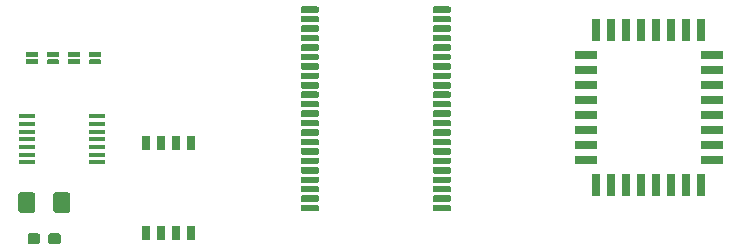
<source format=gbr>
G04 #@! TF.GenerationSoftware,KiCad,Pcbnew,(5.1.2-1)-1*
G04 #@! TF.CreationDate,2019-07-09T00:43:20-07:00*
G04 #@! TF.ProjectId,ram_board,72616d5f-626f-4617-9264-2e6b69636164,rev?*
G04 #@! TF.SameCoordinates,Original*
G04 #@! TF.FileFunction,Paste,Top*
G04 #@! TF.FilePolarity,Positive*
%FSLAX46Y46*%
G04 Gerber Fmt 4.6, Leading zero omitted, Abs format (unit mm)*
G04 Created by KiCad (PCBNEW (5.1.2-1)-1) date 2019-07-09 00:43:20*
%MOMM*%
%LPD*%
G04 APERTURE LIST*
%ADD10R,0.760000X1.270000*%
%ADD11C,0.100000*%
%ADD12C,0.950000*%
%ADD13R,1.450000X0.450000*%
%ADD14C,0.400000*%
%ADD15C,1.425000*%
%ADD16R,0.700000X1.925000*%
%ADD17R,1.925000X0.700000*%
%ADD18C,0.550000*%
G04 APERTURE END LIST*
D10*
X135636000Y-94615000D03*
X131826000Y-86995000D03*
X134366000Y-94615000D03*
X133096000Y-86995000D03*
X133096000Y-94615000D03*
X134366000Y-86995000D03*
X131826000Y-94615000D03*
X135636000Y-86995000D03*
D11*
G36*
X124375779Y-94598344D02*
G01*
X124398834Y-94601763D01*
X124421443Y-94607427D01*
X124443387Y-94615279D01*
X124464457Y-94625244D01*
X124484448Y-94637226D01*
X124503168Y-94651110D01*
X124520438Y-94666762D01*
X124536090Y-94684032D01*
X124549974Y-94702752D01*
X124561956Y-94722743D01*
X124571921Y-94743813D01*
X124579773Y-94765757D01*
X124585437Y-94788366D01*
X124588856Y-94811421D01*
X124590000Y-94834700D01*
X124590000Y-95309700D01*
X124588856Y-95332979D01*
X124585437Y-95356034D01*
X124579773Y-95378643D01*
X124571921Y-95400587D01*
X124561956Y-95421657D01*
X124549974Y-95441648D01*
X124536090Y-95460368D01*
X124520438Y-95477638D01*
X124503168Y-95493290D01*
X124484448Y-95507174D01*
X124464457Y-95519156D01*
X124443387Y-95529121D01*
X124421443Y-95536973D01*
X124398834Y-95542637D01*
X124375779Y-95546056D01*
X124352500Y-95547200D01*
X123777500Y-95547200D01*
X123754221Y-95546056D01*
X123731166Y-95542637D01*
X123708557Y-95536973D01*
X123686613Y-95529121D01*
X123665543Y-95519156D01*
X123645552Y-95507174D01*
X123626832Y-95493290D01*
X123609562Y-95477638D01*
X123593910Y-95460368D01*
X123580026Y-95441648D01*
X123568044Y-95421657D01*
X123558079Y-95400587D01*
X123550227Y-95378643D01*
X123544563Y-95356034D01*
X123541144Y-95332979D01*
X123540000Y-95309700D01*
X123540000Y-94834700D01*
X123541144Y-94811421D01*
X123544563Y-94788366D01*
X123550227Y-94765757D01*
X123558079Y-94743813D01*
X123568044Y-94722743D01*
X123580026Y-94702752D01*
X123593910Y-94684032D01*
X123609562Y-94666762D01*
X123626832Y-94651110D01*
X123645552Y-94637226D01*
X123665543Y-94625244D01*
X123686613Y-94615279D01*
X123708557Y-94607427D01*
X123731166Y-94601763D01*
X123754221Y-94598344D01*
X123777500Y-94597200D01*
X124352500Y-94597200D01*
X124375779Y-94598344D01*
X124375779Y-94598344D01*
G37*
D12*
X124065000Y-95072200D03*
D11*
G36*
X122625779Y-94598344D02*
G01*
X122648834Y-94601763D01*
X122671443Y-94607427D01*
X122693387Y-94615279D01*
X122714457Y-94625244D01*
X122734448Y-94637226D01*
X122753168Y-94651110D01*
X122770438Y-94666762D01*
X122786090Y-94684032D01*
X122799974Y-94702752D01*
X122811956Y-94722743D01*
X122821921Y-94743813D01*
X122829773Y-94765757D01*
X122835437Y-94788366D01*
X122838856Y-94811421D01*
X122840000Y-94834700D01*
X122840000Y-95309700D01*
X122838856Y-95332979D01*
X122835437Y-95356034D01*
X122829773Y-95378643D01*
X122821921Y-95400587D01*
X122811956Y-95421657D01*
X122799974Y-95441648D01*
X122786090Y-95460368D01*
X122770438Y-95477638D01*
X122753168Y-95493290D01*
X122734448Y-95507174D01*
X122714457Y-95519156D01*
X122693387Y-95529121D01*
X122671443Y-95536973D01*
X122648834Y-95542637D01*
X122625779Y-95546056D01*
X122602500Y-95547200D01*
X122027500Y-95547200D01*
X122004221Y-95546056D01*
X121981166Y-95542637D01*
X121958557Y-95536973D01*
X121936613Y-95529121D01*
X121915543Y-95519156D01*
X121895552Y-95507174D01*
X121876832Y-95493290D01*
X121859562Y-95477638D01*
X121843910Y-95460368D01*
X121830026Y-95441648D01*
X121818044Y-95421657D01*
X121808079Y-95400587D01*
X121800227Y-95378643D01*
X121794563Y-95356034D01*
X121791144Y-95332979D01*
X121790000Y-95309700D01*
X121790000Y-94834700D01*
X121791144Y-94811421D01*
X121794563Y-94788366D01*
X121800227Y-94765757D01*
X121808079Y-94743813D01*
X121818044Y-94722743D01*
X121830026Y-94702752D01*
X121843910Y-94684032D01*
X121859562Y-94666762D01*
X121876832Y-94651110D01*
X121895552Y-94637226D01*
X121915543Y-94625244D01*
X121936613Y-94615279D01*
X121958557Y-94607427D01*
X121981166Y-94601763D01*
X122004221Y-94598344D01*
X122027500Y-94597200D01*
X122602500Y-94597200D01*
X122625779Y-94598344D01*
X122625779Y-94598344D01*
G37*
D12*
X122315000Y-95072200D03*
D13*
X127638600Y-84689400D03*
X127638600Y-85339400D03*
X127638600Y-85989400D03*
X127638600Y-86639400D03*
X127638600Y-87289400D03*
X127638600Y-87939400D03*
X127638600Y-88589400D03*
X121738600Y-88589400D03*
X121738600Y-87939400D03*
X121738600Y-87289400D03*
X121738600Y-86639400D03*
X121738600Y-85989400D03*
X121738600Y-85339400D03*
X121738600Y-84689400D03*
D11*
G36*
X127917402Y-79886682D02*
G01*
X127927109Y-79888121D01*
X127936628Y-79890506D01*
X127945868Y-79893812D01*
X127954740Y-79898008D01*
X127963157Y-79903053D01*
X127971039Y-79908899D01*
X127978311Y-79915489D01*
X127984901Y-79922761D01*
X127990747Y-79930643D01*
X127995792Y-79939060D01*
X127999988Y-79947932D01*
X128003294Y-79957172D01*
X128005679Y-79966691D01*
X128007118Y-79976398D01*
X128007600Y-79986200D01*
X128007600Y-80186200D01*
X128007118Y-80196002D01*
X128005679Y-80205709D01*
X128003294Y-80215228D01*
X127999988Y-80224468D01*
X127995792Y-80233340D01*
X127990747Y-80241757D01*
X127984901Y-80249639D01*
X127978311Y-80256911D01*
X127971039Y-80263501D01*
X127963157Y-80269347D01*
X127954740Y-80274392D01*
X127945868Y-80278588D01*
X127936628Y-80281894D01*
X127927109Y-80284279D01*
X127917402Y-80285718D01*
X127907600Y-80286200D01*
X127057600Y-80286200D01*
X127047798Y-80285718D01*
X127038091Y-80284279D01*
X127028572Y-80281894D01*
X127019332Y-80278588D01*
X127010460Y-80274392D01*
X127002043Y-80269347D01*
X126994161Y-80263501D01*
X126986889Y-80256911D01*
X126980299Y-80249639D01*
X126974453Y-80241757D01*
X126969408Y-80233340D01*
X126965212Y-80224468D01*
X126961906Y-80215228D01*
X126959521Y-80205709D01*
X126958082Y-80196002D01*
X126957600Y-80186200D01*
X126957600Y-79986200D01*
X126958082Y-79976398D01*
X126959521Y-79966691D01*
X126961906Y-79957172D01*
X126965212Y-79947932D01*
X126969408Y-79939060D01*
X126974453Y-79930643D01*
X126980299Y-79922761D01*
X126986889Y-79915489D01*
X126994161Y-79908899D01*
X127002043Y-79903053D01*
X127010460Y-79898008D01*
X127019332Y-79893812D01*
X127028572Y-79890506D01*
X127038091Y-79888121D01*
X127047798Y-79886682D01*
X127057600Y-79886200D01*
X127907600Y-79886200D01*
X127917402Y-79886682D01*
X127917402Y-79886682D01*
G37*
D14*
X127482600Y-80086200D03*
D11*
G36*
X126139402Y-79861282D02*
G01*
X126149109Y-79862721D01*
X126158628Y-79865106D01*
X126167868Y-79868412D01*
X126176740Y-79872608D01*
X126185157Y-79877653D01*
X126193039Y-79883499D01*
X126200311Y-79890089D01*
X126206901Y-79897361D01*
X126212747Y-79905243D01*
X126217792Y-79913660D01*
X126221988Y-79922532D01*
X126225294Y-79931772D01*
X126227679Y-79941291D01*
X126229118Y-79950998D01*
X126229600Y-79960800D01*
X126229600Y-80160800D01*
X126229118Y-80170602D01*
X126227679Y-80180309D01*
X126225294Y-80189828D01*
X126221988Y-80199068D01*
X126217792Y-80207940D01*
X126212747Y-80216357D01*
X126206901Y-80224239D01*
X126200311Y-80231511D01*
X126193039Y-80238101D01*
X126185157Y-80243947D01*
X126176740Y-80248992D01*
X126167868Y-80253188D01*
X126158628Y-80256494D01*
X126149109Y-80258879D01*
X126139402Y-80260318D01*
X126129600Y-80260800D01*
X125279600Y-80260800D01*
X125269798Y-80260318D01*
X125260091Y-80258879D01*
X125250572Y-80256494D01*
X125241332Y-80253188D01*
X125232460Y-80248992D01*
X125224043Y-80243947D01*
X125216161Y-80238101D01*
X125208889Y-80231511D01*
X125202299Y-80224239D01*
X125196453Y-80216357D01*
X125191408Y-80207940D01*
X125187212Y-80199068D01*
X125183906Y-80189828D01*
X125181521Y-80180309D01*
X125180082Y-80170602D01*
X125179600Y-80160800D01*
X125179600Y-79960800D01*
X125180082Y-79950998D01*
X125181521Y-79941291D01*
X125183906Y-79931772D01*
X125187212Y-79922532D01*
X125191408Y-79913660D01*
X125196453Y-79905243D01*
X125202299Y-79897361D01*
X125208889Y-79890089D01*
X125216161Y-79883499D01*
X125224043Y-79877653D01*
X125232460Y-79872608D01*
X125241332Y-79868412D01*
X125250572Y-79865106D01*
X125260091Y-79862721D01*
X125269798Y-79861282D01*
X125279600Y-79860800D01*
X126129600Y-79860800D01*
X126139402Y-79861282D01*
X126139402Y-79861282D01*
G37*
D14*
X125704600Y-80060800D03*
D11*
G36*
X127928802Y-79251682D02*
G01*
X127938509Y-79253121D01*
X127948028Y-79255506D01*
X127957268Y-79258812D01*
X127966140Y-79263008D01*
X127974557Y-79268053D01*
X127982439Y-79273899D01*
X127989711Y-79280489D01*
X127996301Y-79287761D01*
X128002147Y-79295643D01*
X128007192Y-79304060D01*
X128011388Y-79312932D01*
X128014694Y-79322172D01*
X128017079Y-79331691D01*
X128018518Y-79341398D01*
X128019000Y-79351200D01*
X128019000Y-79551200D01*
X128018518Y-79561002D01*
X128017079Y-79570709D01*
X128014694Y-79580228D01*
X128011388Y-79589468D01*
X128007192Y-79598340D01*
X128002147Y-79606757D01*
X127996301Y-79614639D01*
X127989711Y-79621911D01*
X127982439Y-79628501D01*
X127974557Y-79634347D01*
X127966140Y-79639392D01*
X127957268Y-79643588D01*
X127948028Y-79646894D01*
X127938509Y-79649279D01*
X127928802Y-79650718D01*
X127919000Y-79651200D01*
X127069000Y-79651200D01*
X127059198Y-79650718D01*
X127049491Y-79649279D01*
X127039972Y-79646894D01*
X127030732Y-79643588D01*
X127021860Y-79639392D01*
X127013443Y-79634347D01*
X127005561Y-79628501D01*
X126998289Y-79621911D01*
X126991699Y-79614639D01*
X126985853Y-79606757D01*
X126980808Y-79598340D01*
X126976612Y-79589468D01*
X126973306Y-79580228D01*
X126970921Y-79570709D01*
X126969482Y-79561002D01*
X126969000Y-79551200D01*
X126969000Y-79351200D01*
X126969482Y-79341398D01*
X126970921Y-79331691D01*
X126973306Y-79322172D01*
X126976612Y-79312932D01*
X126980808Y-79304060D01*
X126985853Y-79295643D01*
X126991699Y-79287761D01*
X126998289Y-79280489D01*
X127005561Y-79273899D01*
X127013443Y-79268053D01*
X127021860Y-79263008D01*
X127030732Y-79258812D01*
X127039972Y-79255506D01*
X127049491Y-79253121D01*
X127059198Y-79251682D01*
X127069000Y-79251200D01*
X127919000Y-79251200D01*
X127928802Y-79251682D01*
X127928802Y-79251682D01*
G37*
D14*
X127494000Y-79451200D03*
D11*
G36*
X126139402Y-79251682D02*
G01*
X126149109Y-79253121D01*
X126158628Y-79255506D01*
X126167868Y-79258812D01*
X126176740Y-79263008D01*
X126185157Y-79268053D01*
X126193039Y-79273899D01*
X126200311Y-79280489D01*
X126206901Y-79287761D01*
X126212747Y-79295643D01*
X126217792Y-79304060D01*
X126221988Y-79312932D01*
X126225294Y-79322172D01*
X126227679Y-79331691D01*
X126229118Y-79341398D01*
X126229600Y-79351200D01*
X126229600Y-79551200D01*
X126229118Y-79561002D01*
X126227679Y-79570709D01*
X126225294Y-79580228D01*
X126221988Y-79589468D01*
X126217792Y-79598340D01*
X126212747Y-79606757D01*
X126206901Y-79614639D01*
X126200311Y-79621911D01*
X126193039Y-79628501D01*
X126185157Y-79634347D01*
X126176740Y-79639392D01*
X126167868Y-79643588D01*
X126158628Y-79646894D01*
X126149109Y-79649279D01*
X126139402Y-79650718D01*
X126129600Y-79651200D01*
X125279600Y-79651200D01*
X125269798Y-79650718D01*
X125260091Y-79649279D01*
X125250572Y-79646894D01*
X125241332Y-79643588D01*
X125232460Y-79639392D01*
X125224043Y-79634347D01*
X125216161Y-79628501D01*
X125208889Y-79621911D01*
X125202299Y-79614639D01*
X125196453Y-79606757D01*
X125191408Y-79598340D01*
X125187212Y-79589468D01*
X125183906Y-79580228D01*
X125181521Y-79570709D01*
X125180082Y-79561002D01*
X125179600Y-79551200D01*
X125179600Y-79351200D01*
X125180082Y-79341398D01*
X125181521Y-79331691D01*
X125183906Y-79322172D01*
X125187212Y-79312932D01*
X125191408Y-79304060D01*
X125196453Y-79295643D01*
X125202299Y-79287761D01*
X125208889Y-79280489D01*
X125216161Y-79273899D01*
X125224043Y-79268053D01*
X125232460Y-79263008D01*
X125241332Y-79258812D01*
X125250572Y-79255506D01*
X125260091Y-79253121D01*
X125269798Y-79251682D01*
X125279600Y-79251200D01*
X126129600Y-79251200D01*
X126139402Y-79251682D01*
X126139402Y-79251682D01*
G37*
D14*
X125704600Y-79451200D03*
D11*
G36*
X124361402Y-79886682D02*
G01*
X124371109Y-79888121D01*
X124380628Y-79890506D01*
X124389868Y-79893812D01*
X124398740Y-79898008D01*
X124407157Y-79903053D01*
X124415039Y-79908899D01*
X124422311Y-79915489D01*
X124428901Y-79922761D01*
X124434747Y-79930643D01*
X124439792Y-79939060D01*
X124443988Y-79947932D01*
X124447294Y-79957172D01*
X124449679Y-79966691D01*
X124451118Y-79976398D01*
X124451600Y-79986200D01*
X124451600Y-80186200D01*
X124451118Y-80196002D01*
X124449679Y-80205709D01*
X124447294Y-80215228D01*
X124443988Y-80224468D01*
X124439792Y-80233340D01*
X124434747Y-80241757D01*
X124428901Y-80249639D01*
X124422311Y-80256911D01*
X124415039Y-80263501D01*
X124407157Y-80269347D01*
X124398740Y-80274392D01*
X124389868Y-80278588D01*
X124380628Y-80281894D01*
X124371109Y-80284279D01*
X124361402Y-80285718D01*
X124351600Y-80286200D01*
X123501600Y-80286200D01*
X123491798Y-80285718D01*
X123482091Y-80284279D01*
X123472572Y-80281894D01*
X123463332Y-80278588D01*
X123454460Y-80274392D01*
X123446043Y-80269347D01*
X123438161Y-80263501D01*
X123430889Y-80256911D01*
X123424299Y-80249639D01*
X123418453Y-80241757D01*
X123413408Y-80233340D01*
X123409212Y-80224468D01*
X123405906Y-80215228D01*
X123403521Y-80205709D01*
X123402082Y-80196002D01*
X123401600Y-80186200D01*
X123401600Y-79986200D01*
X123402082Y-79976398D01*
X123403521Y-79966691D01*
X123405906Y-79957172D01*
X123409212Y-79947932D01*
X123413408Y-79939060D01*
X123418453Y-79930643D01*
X123424299Y-79922761D01*
X123430889Y-79915489D01*
X123438161Y-79908899D01*
X123446043Y-79903053D01*
X123454460Y-79898008D01*
X123463332Y-79893812D01*
X123472572Y-79890506D01*
X123482091Y-79888121D01*
X123491798Y-79886682D01*
X123501600Y-79886200D01*
X124351600Y-79886200D01*
X124361402Y-79886682D01*
X124361402Y-79886682D01*
G37*
D14*
X123926600Y-80086200D03*
D11*
G36*
X122583402Y-79861282D02*
G01*
X122593109Y-79862721D01*
X122602628Y-79865106D01*
X122611868Y-79868412D01*
X122620740Y-79872608D01*
X122629157Y-79877653D01*
X122637039Y-79883499D01*
X122644311Y-79890089D01*
X122650901Y-79897361D01*
X122656747Y-79905243D01*
X122661792Y-79913660D01*
X122665988Y-79922532D01*
X122669294Y-79931772D01*
X122671679Y-79941291D01*
X122673118Y-79950998D01*
X122673600Y-79960800D01*
X122673600Y-80160800D01*
X122673118Y-80170602D01*
X122671679Y-80180309D01*
X122669294Y-80189828D01*
X122665988Y-80199068D01*
X122661792Y-80207940D01*
X122656747Y-80216357D01*
X122650901Y-80224239D01*
X122644311Y-80231511D01*
X122637039Y-80238101D01*
X122629157Y-80243947D01*
X122620740Y-80248992D01*
X122611868Y-80253188D01*
X122602628Y-80256494D01*
X122593109Y-80258879D01*
X122583402Y-80260318D01*
X122573600Y-80260800D01*
X121723600Y-80260800D01*
X121713798Y-80260318D01*
X121704091Y-80258879D01*
X121694572Y-80256494D01*
X121685332Y-80253188D01*
X121676460Y-80248992D01*
X121668043Y-80243947D01*
X121660161Y-80238101D01*
X121652889Y-80231511D01*
X121646299Y-80224239D01*
X121640453Y-80216357D01*
X121635408Y-80207940D01*
X121631212Y-80199068D01*
X121627906Y-80189828D01*
X121625521Y-80180309D01*
X121624082Y-80170602D01*
X121623600Y-80160800D01*
X121623600Y-79960800D01*
X121624082Y-79950998D01*
X121625521Y-79941291D01*
X121627906Y-79931772D01*
X121631212Y-79922532D01*
X121635408Y-79913660D01*
X121640453Y-79905243D01*
X121646299Y-79897361D01*
X121652889Y-79890089D01*
X121660161Y-79883499D01*
X121668043Y-79877653D01*
X121676460Y-79872608D01*
X121685332Y-79868412D01*
X121694572Y-79865106D01*
X121704091Y-79862721D01*
X121713798Y-79861282D01*
X121723600Y-79860800D01*
X122573600Y-79860800D01*
X122583402Y-79861282D01*
X122583402Y-79861282D01*
G37*
D14*
X122148600Y-80060800D03*
D11*
G36*
X124372802Y-79251682D02*
G01*
X124382509Y-79253121D01*
X124392028Y-79255506D01*
X124401268Y-79258812D01*
X124410140Y-79263008D01*
X124418557Y-79268053D01*
X124426439Y-79273899D01*
X124433711Y-79280489D01*
X124440301Y-79287761D01*
X124446147Y-79295643D01*
X124451192Y-79304060D01*
X124455388Y-79312932D01*
X124458694Y-79322172D01*
X124461079Y-79331691D01*
X124462518Y-79341398D01*
X124463000Y-79351200D01*
X124463000Y-79551200D01*
X124462518Y-79561002D01*
X124461079Y-79570709D01*
X124458694Y-79580228D01*
X124455388Y-79589468D01*
X124451192Y-79598340D01*
X124446147Y-79606757D01*
X124440301Y-79614639D01*
X124433711Y-79621911D01*
X124426439Y-79628501D01*
X124418557Y-79634347D01*
X124410140Y-79639392D01*
X124401268Y-79643588D01*
X124392028Y-79646894D01*
X124382509Y-79649279D01*
X124372802Y-79650718D01*
X124363000Y-79651200D01*
X123513000Y-79651200D01*
X123503198Y-79650718D01*
X123493491Y-79649279D01*
X123483972Y-79646894D01*
X123474732Y-79643588D01*
X123465860Y-79639392D01*
X123457443Y-79634347D01*
X123449561Y-79628501D01*
X123442289Y-79621911D01*
X123435699Y-79614639D01*
X123429853Y-79606757D01*
X123424808Y-79598340D01*
X123420612Y-79589468D01*
X123417306Y-79580228D01*
X123414921Y-79570709D01*
X123413482Y-79561002D01*
X123413000Y-79551200D01*
X123413000Y-79351200D01*
X123413482Y-79341398D01*
X123414921Y-79331691D01*
X123417306Y-79322172D01*
X123420612Y-79312932D01*
X123424808Y-79304060D01*
X123429853Y-79295643D01*
X123435699Y-79287761D01*
X123442289Y-79280489D01*
X123449561Y-79273899D01*
X123457443Y-79268053D01*
X123465860Y-79263008D01*
X123474732Y-79258812D01*
X123483972Y-79255506D01*
X123493491Y-79253121D01*
X123503198Y-79251682D01*
X123513000Y-79251200D01*
X124363000Y-79251200D01*
X124372802Y-79251682D01*
X124372802Y-79251682D01*
G37*
D14*
X123938000Y-79451200D03*
D11*
G36*
X122583402Y-79251682D02*
G01*
X122593109Y-79253121D01*
X122602628Y-79255506D01*
X122611868Y-79258812D01*
X122620740Y-79263008D01*
X122629157Y-79268053D01*
X122637039Y-79273899D01*
X122644311Y-79280489D01*
X122650901Y-79287761D01*
X122656747Y-79295643D01*
X122661792Y-79304060D01*
X122665988Y-79312932D01*
X122669294Y-79322172D01*
X122671679Y-79331691D01*
X122673118Y-79341398D01*
X122673600Y-79351200D01*
X122673600Y-79551200D01*
X122673118Y-79561002D01*
X122671679Y-79570709D01*
X122669294Y-79580228D01*
X122665988Y-79589468D01*
X122661792Y-79598340D01*
X122656747Y-79606757D01*
X122650901Y-79614639D01*
X122644311Y-79621911D01*
X122637039Y-79628501D01*
X122629157Y-79634347D01*
X122620740Y-79639392D01*
X122611868Y-79643588D01*
X122602628Y-79646894D01*
X122593109Y-79649279D01*
X122583402Y-79650718D01*
X122573600Y-79651200D01*
X121723600Y-79651200D01*
X121713798Y-79650718D01*
X121704091Y-79649279D01*
X121694572Y-79646894D01*
X121685332Y-79643588D01*
X121676460Y-79639392D01*
X121668043Y-79634347D01*
X121660161Y-79628501D01*
X121652889Y-79621911D01*
X121646299Y-79614639D01*
X121640453Y-79606757D01*
X121635408Y-79598340D01*
X121631212Y-79589468D01*
X121627906Y-79580228D01*
X121625521Y-79570709D01*
X121624082Y-79561002D01*
X121623600Y-79551200D01*
X121623600Y-79351200D01*
X121624082Y-79341398D01*
X121625521Y-79331691D01*
X121627906Y-79322172D01*
X121631212Y-79312932D01*
X121635408Y-79304060D01*
X121640453Y-79295643D01*
X121646299Y-79287761D01*
X121652889Y-79280489D01*
X121660161Y-79273899D01*
X121668043Y-79268053D01*
X121676460Y-79263008D01*
X121685332Y-79258812D01*
X121694572Y-79255506D01*
X121704091Y-79253121D01*
X121713798Y-79251682D01*
X121723600Y-79251200D01*
X122573600Y-79251200D01*
X122583402Y-79251682D01*
X122583402Y-79251682D01*
G37*
D14*
X122148600Y-79451200D03*
D11*
G36*
X125164504Y-91125004D02*
G01*
X125188773Y-91128604D01*
X125212571Y-91134565D01*
X125235671Y-91142830D01*
X125257849Y-91153320D01*
X125278893Y-91165933D01*
X125298598Y-91180547D01*
X125316777Y-91197023D01*
X125333253Y-91215202D01*
X125347867Y-91234907D01*
X125360480Y-91255951D01*
X125370970Y-91278129D01*
X125379235Y-91301229D01*
X125385196Y-91325027D01*
X125388796Y-91349296D01*
X125390000Y-91373800D01*
X125390000Y-92623800D01*
X125388796Y-92648304D01*
X125385196Y-92672573D01*
X125379235Y-92696371D01*
X125370970Y-92719471D01*
X125360480Y-92741649D01*
X125347867Y-92762693D01*
X125333253Y-92782398D01*
X125316777Y-92800577D01*
X125298598Y-92817053D01*
X125278893Y-92831667D01*
X125257849Y-92844280D01*
X125235671Y-92854770D01*
X125212571Y-92863035D01*
X125188773Y-92868996D01*
X125164504Y-92872596D01*
X125140000Y-92873800D01*
X124215000Y-92873800D01*
X124190496Y-92872596D01*
X124166227Y-92868996D01*
X124142429Y-92863035D01*
X124119329Y-92854770D01*
X124097151Y-92844280D01*
X124076107Y-92831667D01*
X124056402Y-92817053D01*
X124038223Y-92800577D01*
X124021747Y-92782398D01*
X124007133Y-92762693D01*
X123994520Y-92741649D01*
X123984030Y-92719471D01*
X123975765Y-92696371D01*
X123969804Y-92672573D01*
X123966204Y-92648304D01*
X123965000Y-92623800D01*
X123965000Y-91373800D01*
X123966204Y-91349296D01*
X123969804Y-91325027D01*
X123975765Y-91301229D01*
X123984030Y-91278129D01*
X123994520Y-91255951D01*
X124007133Y-91234907D01*
X124021747Y-91215202D01*
X124038223Y-91197023D01*
X124056402Y-91180547D01*
X124076107Y-91165933D01*
X124097151Y-91153320D01*
X124119329Y-91142830D01*
X124142429Y-91134565D01*
X124166227Y-91128604D01*
X124190496Y-91125004D01*
X124215000Y-91123800D01*
X125140000Y-91123800D01*
X125164504Y-91125004D01*
X125164504Y-91125004D01*
G37*
D15*
X124677500Y-91998800D03*
D11*
G36*
X122189504Y-91125004D02*
G01*
X122213773Y-91128604D01*
X122237571Y-91134565D01*
X122260671Y-91142830D01*
X122282849Y-91153320D01*
X122303893Y-91165933D01*
X122323598Y-91180547D01*
X122341777Y-91197023D01*
X122358253Y-91215202D01*
X122372867Y-91234907D01*
X122385480Y-91255951D01*
X122395970Y-91278129D01*
X122404235Y-91301229D01*
X122410196Y-91325027D01*
X122413796Y-91349296D01*
X122415000Y-91373800D01*
X122415000Y-92623800D01*
X122413796Y-92648304D01*
X122410196Y-92672573D01*
X122404235Y-92696371D01*
X122395970Y-92719471D01*
X122385480Y-92741649D01*
X122372867Y-92762693D01*
X122358253Y-92782398D01*
X122341777Y-92800577D01*
X122323598Y-92817053D01*
X122303893Y-92831667D01*
X122282849Y-92844280D01*
X122260671Y-92854770D01*
X122237571Y-92863035D01*
X122213773Y-92868996D01*
X122189504Y-92872596D01*
X122165000Y-92873800D01*
X121240000Y-92873800D01*
X121215496Y-92872596D01*
X121191227Y-92868996D01*
X121167429Y-92863035D01*
X121144329Y-92854770D01*
X121122151Y-92844280D01*
X121101107Y-92831667D01*
X121081402Y-92817053D01*
X121063223Y-92800577D01*
X121046747Y-92782398D01*
X121032133Y-92762693D01*
X121019520Y-92741649D01*
X121009030Y-92719471D01*
X121000765Y-92696371D01*
X120994804Y-92672573D01*
X120991204Y-92648304D01*
X120990000Y-92623800D01*
X120990000Y-91373800D01*
X120991204Y-91349296D01*
X120994804Y-91325027D01*
X121000765Y-91301229D01*
X121009030Y-91278129D01*
X121019520Y-91255951D01*
X121032133Y-91234907D01*
X121046747Y-91215202D01*
X121063223Y-91197023D01*
X121081402Y-91180547D01*
X121101107Y-91165933D01*
X121122151Y-91153320D01*
X121144329Y-91142830D01*
X121167429Y-91134565D01*
X121191227Y-91128604D01*
X121215496Y-91125004D01*
X121240000Y-91123800D01*
X122165000Y-91123800D01*
X122189504Y-91125004D01*
X122189504Y-91125004D01*
G37*
D15*
X121702500Y-91998800D03*
D16*
X173736000Y-77354500D03*
X172466000Y-77354500D03*
X171196000Y-77354500D03*
X169926000Y-77354500D03*
X175006000Y-77354500D03*
X176276000Y-77354500D03*
X177546000Y-77354500D03*
X178816000Y-77354500D03*
D17*
X169048500Y-79502000D03*
X169048500Y-80772000D03*
X169048500Y-82042000D03*
X169048500Y-83312000D03*
X169048500Y-84582000D03*
X169048500Y-85852000D03*
X169048500Y-87122000D03*
X169048500Y-88392000D03*
D16*
X169926000Y-90539500D03*
X171196000Y-90539500D03*
X172466000Y-90539500D03*
X173736000Y-90539500D03*
X175006000Y-90539500D03*
X176276000Y-90539500D03*
X177546000Y-90539500D03*
X178816000Y-90539500D03*
D17*
X179693500Y-88392000D03*
X179693500Y-87122000D03*
X179693500Y-85852000D03*
X179693500Y-84582000D03*
X179693500Y-83312000D03*
X179693500Y-82042000D03*
X179693500Y-80772000D03*
X179693500Y-79502000D03*
D11*
G36*
X157482977Y-75399662D02*
G01*
X157496325Y-75401642D01*
X157509414Y-75404921D01*
X157522119Y-75409467D01*
X157534317Y-75415236D01*
X157545891Y-75422173D01*
X157556729Y-75430211D01*
X157566727Y-75439273D01*
X157575789Y-75449271D01*
X157583827Y-75460109D01*
X157590764Y-75471683D01*
X157596533Y-75483881D01*
X157601079Y-75496586D01*
X157604358Y-75509675D01*
X157606338Y-75523023D01*
X157607000Y-75536500D01*
X157607000Y-75811500D01*
X157606338Y-75824977D01*
X157604358Y-75838325D01*
X157601079Y-75851414D01*
X157596533Y-75864119D01*
X157590764Y-75876317D01*
X157583827Y-75887891D01*
X157575789Y-75898729D01*
X157566727Y-75908727D01*
X157556729Y-75917789D01*
X157545891Y-75925827D01*
X157534317Y-75932764D01*
X157522119Y-75938533D01*
X157509414Y-75943079D01*
X157496325Y-75946358D01*
X157482977Y-75948338D01*
X157469500Y-75949000D01*
X156219500Y-75949000D01*
X156206023Y-75948338D01*
X156192675Y-75946358D01*
X156179586Y-75943079D01*
X156166881Y-75938533D01*
X156154683Y-75932764D01*
X156143109Y-75925827D01*
X156132271Y-75917789D01*
X156122273Y-75908727D01*
X156113211Y-75898729D01*
X156105173Y-75887891D01*
X156098236Y-75876317D01*
X156092467Y-75864119D01*
X156087921Y-75851414D01*
X156084642Y-75838325D01*
X156082662Y-75824977D01*
X156082000Y-75811500D01*
X156082000Y-75536500D01*
X156082662Y-75523023D01*
X156084642Y-75509675D01*
X156087921Y-75496586D01*
X156092467Y-75483881D01*
X156098236Y-75471683D01*
X156105173Y-75460109D01*
X156113211Y-75449271D01*
X156122273Y-75439273D01*
X156132271Y-75430211D01*
X156143109Y-75422173D01*
X156154683Y-75415236D01*
X156166881Y-75409467D01*
X156179586Y-75404921D01*
X156192675Y-75401642D01*
X156206023Y-75399662D01*
X156219500Y-75399000D01*
X157469500Y-75399000D01*
X157482977Y-75399662D01*
X157482977Y-75399662D01*
G37*
D18*
X156844500Y-75674000D03*
D11*
G36*
X157482977Y-76199662D02*
G01*
X157496325Y-76201642D01*
X157509414Y-76204921D01*
X157522119Y-76209467D01*
X157534317Y-76215236D01*
X157545891Y-76222173D01*
X157556729Y-76230211D01*
X157566727Y-76239273D01*
X157575789Y-76249271D01*
X157583827Y-76260109D01*
X157590764Y-76271683D01*
X157596533Y-76283881D01*
X157601079Y-76296586D01*
X157604358Y-76309675D01*
X157606338Y-76323023D01*
X157607000Y-76336500D01*
X157607000Y-76611500D01*
X157606338Y-76624977D01*
X157604358Y-76638325D01*
X157601079Y-76651414D01*
X157596533Y-76664119D01*
X157590764Y-76676317D01*
X157583827Y-76687891D01*
X157575789Y-76698729D01*
X157566727Y-76708727D01*
X157556729Y-76717789D01*
X157545891Y-76725827D01*
X157534317Y-76732764D01*
X157522119Y-76738533D01*
X157509414Y-76743079D01*
X157496325Y-76746358D01*
X157482977Y-76748338D01*
X157469500Y-76749000D01*
X156219500Y-76749000D01*
X156206023Y-76748338D01*
X156192675Y-76746358D01*
X156179586Y-76743079D01*
X156166881Y-76738533D01*
X156154683Y-76732764D01*
X156143109Y-76725827D01*
X156132271Y-76717789D01*
X156122273Y-76708727D01*
X156113211Y-76698729D01*
X156105173Y-76687891D01*
X156098236Y-76676317D01*
X156092467Y-76664119D01*
X156087921Y-76651414D01*
X156084642Y-76638325D01*
X156082662Y-76624977D01*
X156082000Y-76611500D01*
X156082000Y-76336500D01*
X156082662Y-76323023D01*
X156084642Y-76309675D01*
X156087921Y-76296586D01*
X156092467Y-76283881D01*
X156098236Y-76271683D01*
X156105173Y-76260109D01*
X156113211Y-76249271D01*
X156122273Y-76239273D01*
X156132271Y-76230211D01*
X156143109Y-76222173D01*
X156154683Y-76215236D01*
X156166881Y-76209467D01*
X156179586Y-76204921D01*
X156192675Y-76201642D01*
X156206023Y-76199662D01*
X156219500Y-76199000D01*
X157469500Y-76199000D01*
X157482977Y-76199662D01*
X157482977Y-76199662D01*
G37*
D18*
X156844500Y-76474000D03*
D11*
G36*
X157482977Y-76999662D02*
G01*
X157496325Y-77001642D01*
X157509414Y-77004921D01*
X157522119Y-77009467D01*
X157534317Y-77015236D01*
X157545891Y-77022173D01*
X157556729Y-77030211D01*
X157566727Y-77039273D01*
X157575789Y-77049271D01*
X157583827Y-77060109D01*
X157590764Y-77071683D01*
X157596533Y-77083881D01*
X157601079Y-77096586D01*
X157604358Y-77109675D01*
X157606338Y-77123023D01*
X157607000Y-77136500D01*
X157607000Y-77411500D01*
X157606338Y-77424977D01*
X157604358Y-77438325D01*
X157601079Y-77451414D01*
X157596533Y-77464119D01*
X157590764Y-77476317D01*
X157583827Y-77487891D01*
X157575789Y-77498729D01*
X157566727Y-77508727D01*
X157556729Y-77517789D01*
X157545891Y-77525827D01*
X157534317Y-77532764D01*
X157522119Y-77538533D01*
X157509414Y-77543079D01*
X157496325Y-77546358D01*
X157482977Y-77548338D01*
X157469500Y-77549000D01*
X156219500Y-77549000D01*
X156206023Y-77548338D01*
X156192675Y-77546358D01*
X156179586Y-77543079D01*
X156166881Y-77538533D01*
X156154683Y-77532764D01*
X156143109Y-77525827D01*
X156132271Y-77517789D01*
X156122273Y-77508727D01*
X156113211Y-77498729D01*
X156105173Y-77487891D01*
X156098236Y-77476317D01*
X156092467Y-77464119D01*
X156087921Y-77451414D01*
X156084642Y-77438325D01*
X156082662Y-77424977D01*
X156082000Y-77411500D01*
X156082000Y-77136500D01*
X156082662Y-77123023D01*
X156084642Y-77109675D01*
X156087921Y-77096586D01*
X156092467Y-77083881D01*
X156098236Y-77071683D01*
X156105173Y-77060109D01*
X156113211Y-77049271D01*
X156122273Y-77039273D01*
X156132271Y-77030211D01*
X156143109Y-77022173D01*
X156154683Y-77015236D01*
X156166881Y-77009467D01*
X156179586Y-77004921D01*
X156192675Y-77001642D01*
X156206023Y-76999662D01*
X156219500Y-76999000D01*
X157469500Y-76999000D01*
X157482977Y-76999662D01*
X157482977Y-76999662D01*
G37*
D18*
X156844500Y-77274000D03*
D11*
G36*
X157482977Y-77799662D02*
G01*
X157496325Y-77801642D01*
X157509414Y-77804921D01*
X157522119Y-77809467D01*
X157534317Y-77815236D01*
X157545891Y-77822173D01*
X157556729Y-77830211D01*
X157566727Y-77839273D01*
X157575789Y-77849271D01*
X157583827Y-77860109D01*
X157590764Y-77871683D01*
X157596533Y-77883881D01*
X157601079Y-77896586D01*
X157604358Y-77909675D01*
X157606338Y-77923023D01*
X157607000Y-77936500D01*
X157607000Y-78211500D01*
X157606338Y-78224977D01*
X157604358Y-78238325D01*
X157601079Y-78251414D01*
X157596533Y-78264119D01*
X157590764Y-78276317D01*
X157583827Y-78287891D01*
X157575789Y-78298729D01*
X157566727Y-78308727D01*
X157556729Y-78317789D01*
X157545891Y-78325827D01*
X157534317Y-78332764D01*
X157522119Y-78338533D01*
X157509414Y-78343079D01*
X157496325Y-78346358D01*
X157482977Y-78348338D01*
X157469500Y-78349000D01*
X156219500Y-78349000D01*
X156206023Y-78348338D01*
X156192675Y-78346358D01*
X156179586Y-78343079D01*
X156166881Y-78338533D01*
X156154683Y-78332764D01*
X156143109Y-78325827D01*
X156132271Y-78317789D01*
X156122273Y-78308727D01*
X156113211Y-78298729D01*
X156105173Y-78287891D01*
X156098236Y-78276317D01*
X156092467Y-78264119D01*
X156087921Y-78251414D01*
X156084642Y-78238325D01*
X156082662Y-78224977D01*
X156082000Y-78211500D01*
X156082000Y-77936500D01*
X156082662Y-77923023D01*
X156084642Y-77909675D01*
X156087921Y-77896586D01*
X156092467Y-77883881D01*
X156098236Y-77871683D01*
X156105173Y-77860109D01*
X156113211Y-77849271D01*
X156122273Y-77839273D01*
X156132271Y-77830211D01*
X156143109Y-77822173D01*
X156154683Y-77815236D01*
X156166881Y-77809467D01*
X156179586Y-77804921D01*
X156192675Y-77801642D01*
X156206023Y-77799662D01*
X156219500Y-77799000D01*
X157469500Y-77799000D01*
X157482977Y-77799662D01*
X157482977Y-77799662D01*
G37*
D18*
X156844500Y-78074000D03*
D11*
G36*
X157482977Y-78599662D02*
G01*
X157496325Y-78601642D01*
X157509414Y-78604921D01*
X157522119Y-78609467D01*
X157534317Y-78615236D01*
X157545891Y-78622173D01*
X157556729Y-78630211D01*
X157566727Y-78639273D01*
X157575789Y-78649271D01*
X157583827Y-78660109D01*
X157590764Y-78671683D01*
X157596533Y-78683881D01*
X157601079Y-78696586D01*
X157604358Y-78709675D01*
X157606338Y-78723023D01*
X157607000Y-78736500D01*
X157607000Y-79011500D01*
X157606338Y-79024977D01*
X157604358Y-79038325D01*
X157601079Y-79051414D01*
X157596533Y-79064119D01*
X157590764Y-79076317D01*
X157583827Y-79087891D01*
X157575789Y-79098729D01*
X157566727Y-79108727D01*
X157556729Y-79117789D01*
X157545891Y-79125827D01*
X157534317Y-79132764D01*
X157522119Y-79138533D01*
X157509414Y-79143079D01*
X157496325Y-79146358D01*
X157482977Y-79148338D01*
X157469500Y-79149000D01*
X156219500Y-79149000D01*
X156206023Y-79148338D01*
X156192675Y-79146358D01*
X156179586Y-79143079D01*
X156166881Y-79138533D01*
X156154683Y-79132764D01*
X156143109Y-79125827D01*
X156132271Y-79117789D01*
X156122273Y-79108727D01*
X156113211Y-79098729D01*
X156105173Y-79087891D01*
X156098236Y-79076317D01*
X156092467Y-79064119D01*
X156087921Y-79051414D01*
X156084642Y-79038325D01*
X156082662Y-79024977D01*
X156082000Y-79011500D01*
X156082000Y-78736500D01*
X156082662Y-78723023D01*
X156084642Y-78709675D01*
X156087921Y-78696586D01*
X156092467Y-78683881D01*
X156098236Y-78671683D01*
X156105173Y-78660109D01*
X156113211Y-78649271D01*
X156122273Y-78639273D01*
X156132271Y-78630211D01*
X156143109Y-78622173D01*
X156154683Y-78615236D01*
X156166881Y-78609467D01*
X156179586Y-78604921D01*
X156192675Y-78601642D01*
X156206023Y-78599662D01*
X156219500Y-78599000D01*
X157469500Y-78599000D01*
X157482977Y-78599662D01*
X157482977Y-78599662D01*
G37*
D18*
X156844500Y-78874000D03*
D11*
G36*
X157482977Y-79399662D02*
G01*
X157496325Y-79401642D01*
X157509414Y-79404921D01*
X157522119Y-79409467D01*
X157534317Y-79415236D01*
X157545891Y-79422173D01*
X157556729Y-79430211D01*
X157566727Y-79439273D01*
X157575789Y-79449271D01*
X157583827Y-79460109D01*
X157590764Y-79471683D01*
X157596533Y-79483881D01*
X157601079Y-79496586D01*
X157604358Y-79509675D01*
X157606338Y-79523023D01*
X157607000Y-79536500D01*
X157607000Y-79811500D01*
X157606338Y-79824977D01*
X157604358Y-79838325D01*
X157601079Y-79851414D01*
X157596533Y-79864119D01*
X157590764Y-79876317D01*
X157583827Y-79887891D01*
X157575789Y-79898729D01*
X157566727Y-79908727D01*
X157556729Y-79917789D01*
X157545891Y-79925827D01*
X157534317Y-79932764D01*
X157522119Y-79938533D01*
X157509414Y-79943079D01*
X157496325Y-79946358D01*
X157482977Y-79948338D01*
X157469500Y-79949000D01*
X156219500Y-79949000D01*
X156206023Y-79948338D01*
X156192675Y-79946358D01*
X156179586Y-79943079D01*
X156166881Y-79938533D01*
X156154683Y-79932764D01*
X156143109Y-79925827D01*
X156132271Y-79917789D01*
X156122273Y-79908727D01*
X156113211Y-79898729D01*
X156105173Y-79887891D01*
X156098236Y-79876317D01*
X156092467Y-79864119D01*
X156087921Y-79851414D01*
X156084642Y-79838325D01*
X156082662Y-79824977D01*
X156082000Y-79811500D01*
X156082000Y-79536500D01*
X156082662Y-79523023D01*
X156084642Y-79509675D01*
X156087921Y-79496586D01*
X156092467Y-79483881D01*
X156098236Y-79471683D01*
X156105173Y-79460109D01*
X156113211Y-79449271D01*
X156122273Y-79439273D01*
X156132271Y-79430211D01*
X156143109Y-79422173D01*
X156154683Y-79415236D01*
X156166881Y-79409467D01*
X156179586Y-79404921D01*
X156192675Y-79401642D01*
X156206023Y-79399662D01*
X156219500Y-79399000D01*
X157469500Y-79399000D01*
X157482977Y-79399662D01*
X157482977Y-79399662D01*
G37*
D18*
X156844500Y-79674000D03*
D11*
G36*
X157482977Y-80199662D02*
G01*
X157496325Y-80201642D01*
X157509414Y-80204921D01*
X157522119Y-80209467D01*
X157534317Y-80215236D01*
X157545891Y-80222173D01*
X157556729Y-80230211D01*
X157566727Y-80239273D01*
X157575789Y-80249271D01*
X157583827Y-80260109D01*
X157590764Y-80271683D01*
X157596533Y-80283881D01*
X157601079Y-80296586D01*
X157604358Y-80309675D01*
X157606338Y-80323023D01*
X157607000Y-80336500D01*
X157607000Y-80611500D01*
X157606338Y-80624977D01*
X157604358Y-80638325D01*
X157601079Y-80651414D01*
X157596533Y-80664119D01*
X157590764Y-80676317D01*
X157583827Y-80687891D01*
X157575789Y-80698729D01*
X157566727Y-80708727D01*
X157556729Y-80717789D01*
X157545891Y-80725827D01*
X157534317Y-80732764D01*
X157522119Y-80738533D01*
X157509414Y-80743079D01*
X157496325Y-80746358D01*
X157482977Y-80748338D01*
X157469500Y-80749000D01*
X156219500Y-80749000D01*
X156206023Y-80748338D01*
X156192675Y-80746358D01*
X156179586Y-80743079D01*
X156166881Y-80738533D01*
X156154683Y-80732764D01*
X156143109Y-80725827D01*
X156132271Y-80717789D01*
X156122273Y-80708727D01*
X156113211Y-80698729D01*
X156105173Y-80687891D01*
X156098236Y-80676317D01*
X156092467Y-80664119D01*
X156087921Y-80651414D01*
X156084642Y-80638325D01*
X156082662Y-80624977D01*
X156082000Y-80611500D01*
X156082000Y-80336500D01*
X156082662Y-80323023D01*
X156084642Y-80309675D01*
X156087921Y-80296586D01*
X156092467Y-80283881D01*
X156098236Y-80271683D01*
X156105173Y-80260109D01*
X156113211Y-80249271D01*
X156122273Y-80239273D01*
X156132271Y-80230211D01*
X156143109Y-80222173D01*
X156154683Y-80215236D01*
X156166881Y-80209467D01*
X156179586Y-80204921D01*
X156192675Y-80201642D01*
X156206023Y-80199662D01*
X156219500Y-80199000D01*
X157469500Y-80199000D01*
X157482977Y-80199662D01*
X157482977Y-80199662D01*
G37*
D18*
X156844500Y-80474000D03*
D11*
G36*
X157482977Y-80999662D02*
G01*
X157496325Y-81001642D01*
X157509414Y-81004921D01*
X157522119Y-81009467D01*
X157534317Y-81015236D01*
X157545891Y-81022173D01*
X157556729Y-81030211D01*
X157566727Y-81039273D01*
X157575789Y-81049271D01*
X157583827Y-81060109D01*
X157590764Y-81071683D01*
X157596533Y-81083881D01*
X157601079Y-81096586D01*
X157604358Y-81109675D01*
X157606338Y-81123023D01*
X157607000Y-81136500D01*
X157607000Y-81411500D01*
X157606338Y-81424977D01*
X157604358Y-81438325D01*
X157601079Y-81451414D01*
X157596533Y-81464119D01*
X157590764Y-81476317D01*
X157583827Y-81487891D01*
X157575789Y-81498729D01*
X157566727Y-81508727D01*
X157556729Y-81517789D01*
X157545891Y-81525827D01*
X157534317Y-81532764D01*
X157522119Y-81538533D01*
X157509414Y-81543079D01*
X157496325Y-81546358D01*
X157482977Y-81548338D01*
X157469500Y-81549000D01*
X156219500Y-81549000D01*
X156206023Y-81548338D01*
X156192675Y-81546358D01*
X156179586Y-81543079D01*
X156166881Y-81538533D01*
X156154683Y-81532764D01*
X156143109Y-81525827D01*
X156132271Y-81517789D01*
X156122273Y-81508727D01*
X156113211Y-81498729D01*
X156105173Y-81487891D01*
X156098236Y-81476317D01*
X156092467Y-81464119D01*
X156087921Y-81451414D01*
X156084642Y-81438325D01*
X156082662Y-81424977D01*
X156082000Y-81411500D01*
X156082000Y-81136500D01*
X156082662Y-81123023D01*
X156084642Y-81109675D01*
X156087921Y-81096586D01*
X156092467Y-81083881D01*
X156098236Y-81071683D01*
X156105173Y-81060109D01*
X156113211Y-81049271D01*
X156122273Y-81039273D01*
X156132271Y-81030211D01*
X156143109Y-81022173D01*
X156154683Y-81015236D01*
X156166881Y-81009467D01*
X156179586Y-81004921D01*
X156192675Y-81001642D01*
X156206023Y-80999662D01*
X156219500Y-80999000D01*
X157469500Y-80999000D01*
X157482977Y-80999662D01*
X157482977Y-80999662D01*
G37*
D18*
X156844500Y-81274000D03*
D11*
G36*
X157482977Y-81799662D02*
G01*
X157496325Y-81801642D01*
X157509414Y-81804921D01*
X157522119Y-81809467D01*
X157534317Y-81815236D01*
X157545891Y-81822173D01*
X157556729Y-81830211D01*
X157566727Y-81839273D01*
X157575789Y-81849271D01*
X157583827Y-81860109D01*
X157590764Y-81871683D01*
X157596533Y-81883881D01*
X157601079Y-81896586D01*
X157604358Y-81909675D01*
X157606338Y-81923023D01*
X157607000Y-81936500D01*
X157607000Y-82211500D01*
X157606338Y-82224977D01*
X157604358Y-82238325D01*
X157601079Y-82251414D01*
X157596533Y-82264119D01*
X157590764Y-82276317D01*
X157583827Y-82287891D01*
X157575789Y-82298729D01*
X157566727Y-82308727D01*
X157556729Y-82317789D01*
X157545891Y-82325827D01*
X157534317Y-82332764D01*
X157522119Y-82338533D01*
X157509414Y-82343079D01*
X157496325Y-82346358D01*
X157482977Y-82348338D01*
X157469500Y-82349000D01*
X156219500Y-82349000D01*
X156206023Y-82348338D01*
X156192675Y-82346358D01*
X156179586Y-82343079D01*
X156166881Y-82338533D01*
X156154683Y-82332764D01*
X156143109Y-82325827D01*
X156132271Y-82317789D01*
X156122273Y-82308727D01*
X156113211Y-82298729D01*
X156105173Y-82287891D01*
X156098236Y-82276317D01*
X156092467Y-82264119D01*
X156087921Y-82251414D01*
X156084642Y-82238325D01*
X156082662Y-82224977D01*
X156082000Y-82211500D01*
X156082000Y-81936500D01*
X156082662Y-81923023D01*
X156084642Y-81909675D01*
X156087921Y-81896586D01*
X156092467Y-81883881D01*
X156098236Y-81871683D01*
X156105173Y-81860109D01*
X156113211Y-81849271D01*
X156122273Y-81839273D01*
X156132271Y-81830211D01*
X156143109Y-81822173D01*
X156154683Y-81815236D01*
X156166881Y-81809467D01*
X156179586Y-81804921D01*
X156192675Y-81801642D01*
X156206023Y-81799662D01*
X156219500Y-81799000D01*
X157469500Y-81799000D01*
X157482977Y-81799662D01*
X157482977Y-81799662D01*
G37*
D18*
X156844500Y-82074000D03*
D11*
G36*
X157482977Y-82599662D02*
G01*
X157496325Y-82601642D01*
X157509414Y-82604921D01*
X157522119Y-82609467D01*
X157534317Y-82615236D01*
X157545891Y-82622173D01*
X157556729Y-82630211D01*
X157566727Y-82639273D01*
X157575789Y-82649271D01*
X157583827Y-82660109D01*
X157590764Y-82671683D01*
X157596533Y-82683881D01*
X157601079Y-82696586D01*
X157604358Y-82709675D01*
X157606338Y-82723023D01*
X157607000Y-82736500D01*
X157607000Y-83011500D01*
X157606338Y-83024977D01*
X157604358Y-83038325D01*
X157601079Y-83051414D01*
X157596533Y-83064119D01*
X157590764Y-83076317D01*
X157583827Y-83087891D01*
X157575789Y-83098729D01*
X157566727Y-83108727D01*
X157556729Y-83117789D01*
X157545891Y-83125827D01*
X157534317Y-83132764D01*
X157522119Y-83138533D01*
X157509414Y-83143079D01*
X157496325Y-83146358D01*
X157482977Y-83148338D01*
X157469500Y-83149000D01*
X156219500Y-83149000D01*
X156206023Y-83148338D01*
X156192675Y-83146358D01*
X156179586Y-83143079D01*
X156166881Y-83138533D01*
X156154683Y-83132764D01*
X156143109Y-83125827D01*
X156132271Y-83117789D01*
X156122273Y-83108727D01*
X156113211Y-83098729D01*
X156105173Y-83087891D01*
X156098236Y-83076317D01*
X156092467Y-83064119D01*
X156087921Y-83051414D01*
X156084642Y-83038325D01*
X156082662Y-83024977D01*
X156082000Y-83011500D01*
X156082000Y-82736500D01*
X156082662Y-82723023D01*
X156084642Y-82709675D01*
X156087921Y-82696586D01*
X156092467Y-82683881D01*
X156098236Y-82671683D01*
X156105173Y-82660109D01*
X156113211Y-82649271D01*
X156122273Y-82639273D01*
X156132271Y-82630211D01*
X156143109Y-82622173D01*
X156154683Y-82615236D01*
X156166881Y-82609467D01*
X156179586Y-82604921D01*
X156192675Y-82601642D01*
X156206023Y-82599662D01*
X156219500Y-82599000D01*
X157469500Y-82599000D01*
X157482977Y-82599662D01*
X157482977Y-82599662D01*
G37*
D18*
X156844500Y-82874000D03*
D11*
G36*
X157482977Y-83399662D02*
G01*
X157496325Y-83401642D01*
X157509414Y-83404921D01*
X157522119Y-83409467D01*
X157534317Y-83415236D01*
X157545891Y-83422173D01*
X157556729Y-83430211D01*
X157566727Y-83439273D01*
X157575789Y-83449271D01*
X157583827Y-83460109D01*
X157590764Y-83471683D01*
X157596533Y-83483881D01*
X157601079Y-83496586D01*
X157604358Y-83509675D01*
X157606338Y-83523023D01*
X157607000Y-83536500D01*
X157607000Y-83811500D01*
X157606338Y-83824977D01*
X157604358Y-83838325D01*
X157601079Y-83851414D01*
X157596533Y-83864119D01*
X157590764Y-83876317D01*
X157583827Y-83887891D01*
X157575789Y-83898729D01*
X157566727Y-83908727D01*
X157556729Y-83917789D01*
X157545891Y-83925827D01*
X157534317Y-83932764D01*
X157522119Y-83938533D01*
X157509414Y-83943079D01*
X157496325Y-83946358D01*
X157482977Y-83948338D01*
X157469500Y-83949000D01*
X156219500Y-83949000D01*
X156206023Y-83948338D01*
X156192675Y-83946358D01*
X156179586Y-83943079D01*
X156166881Y-83938533D01*
X156154683Y-83932764D01*
X156143109Y-83925827D01*
X156132271Y-83917789D01*
X156122273Y-83908727D01*
X156113211Y-83898729D01*
X156105173Y-83887891D01*
X156098236Y-83876317D01*
X156092467Y-83864119D01*
X156087921Y-83851414D01*
X156084642Y-83838325D01*
X156082662Y-83824977D01*
X156082000Y-83811500D01*
X156082000Y-83536500D01*
X156082662Y-83523023D01*
X156084642Y-83509675D01*
X156087921Y-83496586D01*
X156092467Y-83483881D01*
X156098236Y-83471683D01*
X156105173Y-83460109D01*
X156113211Y-83449271D01*
X156122273Y-83439273D01*
X156132271Y-83430211D01*
X156143109Y-83422173D01*
X156154683Y-83415236D01*
X156166881Y-83409467D01*
X156179586Y-83404921D01*
X156192675Y-83401642D01*
X156206023Y-83399662D01*
X156219500Y-83399000D01*
X157469500Y-83399000D01*
X157482977Y-83399662D01*
X157482977Y-83399662D01*
G37*
D18*
X156844500Y-83674000D03*
D11*
G36*
X157482977Y-84199662D02*
G01*
X157496325Y-84201642D01*
X157509414Y-84204921D01*
X157522119Y-84209467D01*
X157534317Y-84215236D01*
X157545891Y-84222173D01*
X157556729Y-84230211D01*
X157566727Y-84239273D01*
X157575789Y-84249271D01*
X157583827Y-84260109D01*
X157590764Y-84271683D01*
X157596533Y-84283881D01*
X157601079Y-84296586D01*
X157604358Y-84309675D01*
X157606338Y-84323023D01*
X157607000Y-84336500D01*
X157607000Y-84611500D01*
X157606338Y-84624977D01*
X157604358Y-84638325D01*
X157601079Y-84651414D01*
X157596533Y-84664119D01*
X157590764Y-84676317D01*
X157583827Y-84687891D01*
X157575789Y-84698729D01*
X157566727Y-84708727D01*
X157556729Y-84717789D01*
X157545891Y-84725827D01*
X157534317Y-84732764D01*
X157522119Y-84738533D01*
X157509414Y-84743079D01*
X157496325Y-84746358D01*
X157482977Y-84748338D01*
X157469500Y-84749000D01*
X156219500Y-84749000D01*
X156206023Y-84748338D01*
X156192675Y-84746358D01*
X156179586Y-84743079D01*
X156166881Y-84738533D01*
X156154683Y-84732764D01*
X156143109Y-84725827D01*
X156132271Y-84717789D01*
X156122273Y-84708727D01*
X156113211Y-84698729D01*
X156105173Y-84687891D01*
X156098236Y-84676317D01*
X156092467Y-84664119D01*
X156087921Y-84651414D01*
X156084642Y-84638325D01*
X156082662Y-84624977D01*
X156082000Y-84611500D01*
X156082000Y-84336500D01*
X156082662Y-84323023D01*
X156084642Y-84309675D01*
X156087921Y-84296586D01*
X156092467Y-84283881D01*
X156098236Y-84271683D01*
X156105173Y-84260109D01*
X156113211Y-84249271D01*
X156122273Y-84239273D01*
X156132271Y-84230211D01*
X156143109Y-84222173D01*
X156154683Y-84215236D01*
X156166881Y-84209467D01*
X156179586Y-84204921D01*
X156192675Y-84201642D01*
X156206023Y-84199662D01*
X156219500Y-84199000D01*
X157469500Y-84199000D01*
X157482977Y-84199662D01*
X157482977Y-84199662D01*
G37*
D18*
X156844500Y-84474000D03*
D11*
G36*
X157482977Y-84999662D02*
G01*
X157496325Y-85001642D01*
X157509414Y-85004921D01*
X157522119Y-85009467D01*
X157534317Y-85015236D01*
X157545891Y-85022173D01*
X157556729Y-85030211D01*
X157566727Y-85039273D01*
X157575789Y-85049271D01*
X157583827Y-85060109D01*
X157590764Y-85071683D01*
X157596533Y-85083881D01*
X157601079Y-85096586D01*
X157604358Y-85109675D01*
X157606338Y-85123023D01*
X157607000Y-85136500D01*
X157607000Y-85411500D01*
X157606338Y-85424977D01*
X157604358Y-85438325D01*
X157601079Y-85451414D01*
X157596533Y-85464119D01*
X157590764Y-85476317D01*
X157583827Y-85487891D01*
X157575789Y-85498729D01*
X157566727Y-85508727D01*
X157556729Y-85517789D01*
X157545891Y-85525827D01*
X157534317Y-85532764D01*
X157522119Y-85538533D01*
X157509414Y-85543079D01*
X157496325Y-85546358D01*
X157482977Y-85548338D01*
X157469500Y-85549000D01*
X156219500Y-85549000D01*
X156206023Y-85548338D01*
X156192675Y-85546358D01*
X156179586Y-85543079D01*
X156166881Y-85538533D01*
X156154683Y-85532764D01*
X156143109Y-85525827D01*
X156132271Y-85517789D01*
X156122273Y-85508727D01*
X156113211Y-85498729D01*
X156105173Y-85487891D01*
X156098236Y-85476317D01*
X156092467Y-85464119D01*
X156087921Y-85451414D01*
X156084642Y-85438325D01*
X156082662Y-85424977D01*
X156082000Y-85411500D01*
X156082000Y-85136500D01*
X156082662Y-85123023D01*
X156084642Y-85109675D01*
X156087921Y-85096586D01*
X156092467Y-85083881D01*
X156098236Y-85071683D01*
X156105173Y-85060109D01*
X156113211Y-85049271D01*
X156122273Y-85039273D01*
X156132271Y-85030211D01*
X156143109Y-85022173D01*
X156154683Y-85015236D01*
X156166881Y-85009467D01*
X156179586Y-85004921D01*
X156192675Y-85001642D01*
X156206023Y-84999662D01*
X156219500Y-84999000D01*
X157469500Y-84999000D01*
X157482977Y-84999662D01*
X157482977Y-84999662D01*
G37*
D18*
X156844500Y-85274000D03*
D11*
G36*
X157482977Y-85799662D02*
G01*
X157496325Y-85801642D01*
X157509414Y-85804921D01*
X157522119Y-85809467D01*
X157534317Y-85815236D01*
X157545891Y-85822173D01*
X157556729Y-85830211D01*
X157566727Y-85839273D01*
X157575789Y-85849271D01*
X157583827Y-85860109D01*
X157590764Y-85871683D01*
X157596533Y-85883881D01*
X157601079Y-85896586D01*
X157604358Y-85909675D01*
X157606338Y-85923023D01*
X157607000Y-85936500D01*
X157607000Y-86211500D01*
X157606338Y-86224977D01*
X157604358Y-86238325D01*
X157601079Y-86251414D01*
X157596533Y-86264119D01*
X157590764Y-86276317D01*
X157583827Y-86287891D01*
X157575789Y-86298729D01*
X157566727Y-86308727D01*
X157556729Y-86317789D01*
X157545891Y-86325827D01*
X157534317Y-86332764D01*
X157522119Y-86338533D01*
X157509414Y-86343079D01*
X157496325Y-86346358D01*
X157482977Y-86348338D01*
X157469500Y-86349000D01*
X156219500Y-86349000D01*
X156206023Y-86348338D01*
X156192675Y-86346358D01*
X156179586Y-86343079D01*
X156166881Y-86338533D01*
X156154683Y-86332764D01*
X156143109Y-86325827D01*
X156132271Y-86317789D01*
X156122273Y-86308727D01*
X156113211Y-86298729D01*
X156105173Y-86287891D01*
X156098236Y-86276317D01*
X156092467Y-86264119D01*
X156087921Y-86251414D01*
X156084642Y-86238325D01*
X156082662Y-86224977D01*
X156082000Y-86211500D01*
X156082000Y-85936500D01*
X156082662Y-85923023D01*
X156084642Y-85909675D01*
X156087921Y-85896586D01*
X156092467Y-85883881D01*
X156098236Y-85871683D01*
X156105173Y-85860109D01*
X156113211Y-85849271D01*
X156122273Y-85839273D01*
X156132271Y-85830211D01*
X156143109Y-85822173D01*
X156154683Y-85815236D01*
X156166881Y-85809467D01*
X156179586Y-85804921D01*
X156192675Y-85801642D01*
X156206023Y-85799662D01*
X156219500Y-85799000D01*
X157469500Y-85799000D01*
X157482977Y-85799662D01*
X157482977Y-85799662D01*
G37*
D18*
X156844500Y-86074000D03*
D11*
G36*
X157482977Y-86599662D02*
G01*
X157496325Y-86601642D01*
X157509414Y-86604921D01*
X157522119Y-86609467D01*
X157534317Y-86615236D01*
X157545891Y-86622173D01*
X157556729Y-86630211D01*
X157566727Y-86639273D01*
X157575789Y-86649271D01*
X157583827Y-86660109D01*
X157590764Y-86671683D01*
X157596533Y-86683881D01*
X157601079Y-86696586D01*
X157604358Y-86709675D01*
X157606338Y-86723023D01*
X157607000Y-86736500D01*
X157607000Y-87011500D01*
X157606338Y-87024977D01*
X157604358Y-87038325D01*
X157601079Y-87051414D01*
X157596533Y-87064119D01*
X157590764Y-87076317D01*
X157583827Y-87087891D01*
X157575789Y-87098729D01*
X157566727Y-87108727D01*
X157556729Y-87117789D01*
X157545891Y-87125827D01*
X157534317Y-87132764D01*
X157522119Y-87138533D01*
X157509414Y-87143079D01*
X157496325Y-87146358D01*
X157482977Y-87148338D01*
X157469500Y-87149000D01*
X156219500Y-87149000D01*
X156206023Y-87148338D01*
X156192675Y-87146358D01*
X156179586Y-87143079D01*
X156166881Y-87138533D01*
X156154683Y-87132764D01*
X156143109Y-87125827D01*
X156132271Y-87117789D01*
X156122273Y-87108727D01*
X156113211Y-87098729D01*
X156105173Y-87087891D01*
X156098236Y-87076317D01*
X156092467Y-87064119D01*
X156087921Y-87051414D01*
X156084642Y-87038325D01*
X156082662Y-87024977D01*
X156082000Y-87011500D01*
X156082000Y-86736500D01*
X156082662Y-86723023D01*
X156084642Y-86709675D01*
X156087921Y-86696586D01*
X156092467Y-86683881D01*
X156098236Y-86671683D01*
X156105173Y-86660109D01*
X156113211Y-86649271D01*
X156122273Y-86639273D01*
X156132271Y-86630211D01*
X156143109Y-86622173D01*
X156154683Y-86615236D01*
X156166881Y-86609467D01*
X156179586Y-86604921D01*
X156192675Y-86601642D01*
X156206023Y-86599662D01*
X156219500Y-86599000D01*
X157469500Y-86599000D01*
X157482977Y-86599662D01*
X157482977Y-86599662D01*
G37*
D18*
X156844500Y-86874000D03*
D11*
G36*
X157482977Y-87399662D02*
G01*
X157496325Y-87401642D01*
X157509414Y-87404921D01*
X157522119Y-87409467D01*
X157534317Y-87415236D01*
X157545891Y-87422173D01*
X157556729Y-87430211D01*
X157566727Y-87439273D01*
X157575789Y-87449271D01*
X157583827Y-87460109D01*
X157590764Y-87471683D01*
X157596533Y-87483881D01*
X157601079Y-87496586D01*
X157604358Y-87509675D01*
X157606338Y-87523023D01*
X157607000Y-87536500D01*
X157607000Y-87811500D01*
X157606338Y-87824977D01*
X157604358Y-87838325D01*
X157601079Y-87851414D01*
X157596533Y-87864119D01*
X157590764Y-87876317D01*
X157583827Y-87887891D01*
X157575789Y-87898729D01*
X157566727Y-87908727D01*
X157556729Y-87917789D01*
X157545891Y-87925827D01*
X157534317Y-87932764D01*
X157522119Y-87938533D01*
X157509414Y-87943079D01*
X157496325Y-87946358D01*
X157482977Y-87948338D01*
X157469500Y-87949000D01*
X156219500Y-87949000D01*
X156206023Y-87948338D01*
X156192675Y-87946358D01*
X156179586Y-87943079D01*
X156166881Y-87938533D01*
X156154683Y-87932764D01*
X156143109Y-87925827D01*
X156132271Y-87917789D01*
X156122273Y-87908727D01*
X156113211Y-87898729D01*
X156105173Y-87887891D01*
X156098236Y-87876317D01*
X156092467Y-87864119D01*
X156087921Y-87851414D01*
X156084642Y-87838325D01*
X156082662Y-87824977D01*
X156082000Y-87811500D01*
X156082000Y-87536500D01*
X156082662Y-87523023D01*
X156084642Y-87509675D01*
X156087921Y-87496586D01*
X156092467Y-87483881D01*
X156098236Y-87471683D01*
X156105173Y-87460109D01*
X156113211Y-87449271D01*
X156122273Y-87439273D01*
X156132271Y-87430211D01*
X156143109Y-87422173D01*
X156154683Y-87415236D01*
X156166881Y-87409467D01*
X156179586Y-87404921D01*
X156192675Y-87401642D01*
X156206023Y-87399662D01*
X156219500Y-87399000D01*
X157469500Y-87399000D01*
X157482977Y-87399662D01*
X157482977Y-87399662D01*
G37*
D18*
X156844500Y-87674000D03*
D11*
G36*
X157482977Y-88199662D02*
G01*
X157496325Y-88201642D01*
X157509414Y-88204921D01*
X157522119Y-88209467D01*
X157534317Y-88215236D01*
X157545891Y-88222173D01*
X157556729Y-88230211D01*
X157566727Y-88239273D01*
X157575789Y-88249271D01*
X157583827Y-88260109D01*
X157590764Y-88271683D01*
X157596533Y-88283881D01*
X157601079Y-88296586D01*
X157604358Y-88309675D01*
X157606338Y-88323023D01*
X157607000Y-88336500D01*
X157607000Y-88611500D01*
X157606338Y-88624977D01*
X157604358Y-88638325D01*
X157601079Y-88651414D01*
X157596533Y-88664119D01*
X157590764Y-88676317D01*
X157583827Y-88687891D01*
X157575789Y-88698729D01*
X157566727Y-88708727D01*
X157556729Y-88717789D01*
X157545891Y-88725827D01*
X157534317Y-88732764D01*
X157522119Y-88738533D01*
X157509414Y-88743079D01*
X157496325Y-88746358D01*
X157482977Y-88748338D01*
X157469500Y-88749000D01*
X156219500Y-88749000D01*
X156206023Y-88748338D01*
X156192675Y-88746358D01*
X156179586Y-88743079D01*
X156166881Y-88738533D01*
X156154683Y-88732764D01*
X156143109Y-88725827D01*
X156132271Y-88717789D01*
X156122273Y-88708727D01*
X156113211Y-88698729D01*
X156105173Y-88687891D01*
X156098236Y-88676317D01*
X156092467Y-88664119D01*
X156087921Y-88651414D01*
X156084642Y-88638325D01*
X156082662Y-88624977D01*
X156082000Y-88611500D01*
X156082000Y-88336500D01*
X156082662Y-88323023D01*
X156084642Y-88309675D01*
X156087921Y-88296586D01*
X156092467Y-88283881D01*
X156098236Y-88271683D01*
X156105173Y-88260109D01*
X156113211Y-88249271D01*
X156122273Y-88239273D01*
X156132271Y-88230211D01*
X156143109Y-88222173D01*
X156154683Y-88215236D01*
X156166881Y-88209467D01*
X156179586Y-88204921D01*
X156192675Y-88201642D01*
X156206023Y-88199662D01*
X156219500Y-88199000D01*
X157469500Y-88199000D01*
X157482977Y-88199662D01*
X157482977Y-88199662D01*
G37*
D18*
X156844500Y-88474000D03*
D11*
G36*
X157482977Y-88999662D02*
G01*
X157496325Y-89001642D01*
X157509414Y-89004921D01*
X157522119Y-89009467D01*
X157534317Y-89015236D01*
X157545891Y-89022173D01*
X157556729Y-89030211D01*
X157566727Y-89039273D01*
X157575789Y-89049271D01*
X157583827Y-89060109D01*
X157590764Y-89071683D01*
X157596533Y-89083881D01*
X157601079Y-89096586D01*
X157604358Y-89109675D01*
X157606338Y-89123023D01*
X157607000Y-89136500D01*
X157607000Y-89411500D01*
X157606338Y-89424977D01*
X157604358Y-89438325D01*
X157601079Y-89451414D01*
X157596533Y-89464119D01*
X157590764Y-89476317D01*
X157583827Y-89487891D01*
X157575789Y-89498729D01*
X157566727Y-89508727D01*
X157556729Y-89517789D01*
X157545891Y-89525827D01*
X157534317Y-89532764D01*
X157522119Y-89538533D01*
X157509414Y-89543079D01*
X157496325Y-89546358D01*
X157482977Y-89548338D01*
X157469500Y-89549000D01*
X156219500Y-89549000D01*
X156206023Y-89548338D01*
X156192675Y-89546358D01*
X156179586Y-89543079D01*
X156166881Y-89538533D01*
X156154683Y-89532764D01*
X156143109Y-89525827D01*
X156132271Y-89517789D01*
X156122273Y-89508727D01*
X156113211Y-89498729D01*
X156105173Y-89487891D01*
X156098236Y-89476317D01*
X156092467Y-89464119D01*
X156087921Y-89451414D01*
X156084642Y-89438325D01*
X156082662Y-89424977D01*
X156082000Y-89411500D01*
X156082000Y-89136500D01*
X156082662Y-89123023D01*
X156084642Y-89109675D01*
X156087921Y-89096586D01*
X156092467Y-89083881D01*
X156098236Y-89071683D01*
X156105173Y-89060109D01*
X156113211Y-89049271D01*
X156122273Y-89039273D01*
X156132271Y-89030211D01*
X156143109Y-89022173D01*
X156154683Y-89015236D01*
X156166881Y-89009467D01*
X156179586Y-89004921D01*
X156192675Y-89001642D01*
X156206023Y-88999662D01*
X156219500Y-88999000D01*
X157469500Y-88999000D01*
X157482977Y-88999662D01*
X157482977Y-88999662D01*
G37*
D18*
X156844500Y-89274000D03*
D11*
G36*
X157482977Y-89799662D02*
G01*
X157496325Y-89801642D01*
X157509414Y-89804921D01*
X157522119Y-89809467D01*
X157534317Y-89815236D01*
X157545891Y-89822173D01*
X157556729Y-89830211D01*
X157566727Y-89839273D01*
X157575789Y-89849271D01*
X157583827Y-89860109D01*
X157590764Y-89871683D01*
X157596533Y-89883881D01*
X157601079Y-89896586D01*
X157604358Y-89909675D01*
X157606338Y-89923023D01*
X157607000Y-89936500D01*
X157607000Y-90211500D01*
X157606338Y-90224977D01*
X157604358Y-90238325D01*
X157601079Y-90251414D01*
X157596533Y-90264119D01*
X157590764Y-90276317D01*
X157583827Y-90287891D01*
X157575789Y-90298729D01*
X157566727Y-90308727D01*
X157556729Y-90317789D01*
X157545891Y-90325827D01*
X157534317Y-90332764D01*
X157522119Y-90338533D01*
X157509414Y-90343079D01*
X157496325Y-90346358D01*
X157482977Y-90348338D01*
X157469500Y-90349000D01*
X156219500Y-90349000D01*
X156206023Y-90348338D01*
X156192675Y-90346358D01*
X156179586Y-90343079D01*
X156166881Y-90338533D01*
X156154683Y-90332764D01*
X156143109Y-90325827D01*
X156132271Y-90317789D01*
X156122273Y-90308727D01*
X156113211Y-90298729D01*
X156105173Y-90287891D01*
X156098236Y-90276317D01*
X156092467Y-90264119D01*
X156087921Y-90251414D01*
X156084642Y-90238325D01*
X156082662Y-90224977D01*
X156082000Y-90211500D01*
X156082000Y-89936500D01*
X156082662Y-89923023D01*
X156084642Y-89909675D01*
X156087921Y-89896586D01*
X156092467Y-89883881D01*
X156098236Y-89871683D01*
X156105173Y-89860109D01*
X156113211Y-89849271D01*
X156122273Y-89839273D01*
X156132271Y-89830211D01*
X156143109Y-89822173D01*
X156154683Y-89815236D01*
X156166881Y-89809467D01*
X156179586Y-89804921D01*
X156192675Y-89801642D01*
X156206023Y-89799662D01*
X156219500Y-89799000D01*
X157469500Y-89799000D01*
X157482977Y-89799662D01*
X157482977Y-89799662D01*
G37*
D18*
X156844500Y-90074000D03*
D11*
G36*
X157482977Y-90599662D02*
G01*
X157496325Y-90601642D01*
X157509414Y-90604921D01*
X157522119Y-90609467D01*
X157534317Y-90615236D01*
X157545891Y-90622173D01*
X157556729Y-90630211D01*
X157566727Y-90639273D01*
X157575789Y-90649271D01*
X157583827Y-90660109D01*
X157590764Y-90671683D01*
X157596533Y-90683881D01*
X157601079Y-90696586D01*
X157604358Y-90709675D01*
X157606338Y-90723023D01*
X157607000Y-90736500D01*
X157607000Y-91011500D01*
X157606338Y-91024977D01*
X157604358Y-91038325D01*
X157601079Y-91051414D01*
X157596533Y-91064119D01*
X157590764Y-91076317D01*
X157583827Y-91087891D01*
X157575789Y-91098729D01*
X157566727Y-91108727D01*
X157556729Y-91117789D01*
X157545891Y-91125827D01*
X157534317Y-91132764D01*
X157522119Y-91138533D01*
X157509414Y-91143079D01*
X157496325Y-91146358D01*
X157482977Y-91148338D01*
X157469500Y-91149000D01*
X156219500Y-91149000D01*
X156206023Y-91148338D01*
X156192675Y-91146358D01*
X156179586Y-91143079D01*
X156166881Y-91138533D01*
X156154683Y-91132764D01*
X156143109Y-91125827D01*
X156132271Y-91117789D01*
X156122273Y-91108727D01*
X156113211Y-91098729D01*
X156105173Y-91087891D01*
X156098236Y-91076317D01*
X156092467Y-91064119D01*
X156087921Y-91051414D01*
X156084642Y-91038325D01*
X156082662Y-91024977D01*
X156082000Y-91011500D01*
X156082000Y-90736500D01*
X156082662Y-90723023D01*
X156084642Y-90709675D01*
X156087921Y-90696586D01*
X156092467Y-90683881D01*
X156098236Y-90671683D01*
X156105173Y-90660109D01*
X156113211Y-90649271D01*
X156122273Y-90639273D01*
X156132271Y-90630211D01*
X156143109Y-90622173D01*
X156154683Y-90615236D01*
X156166881Y-90609467D01*
X156179586Y-90604921D01*
X156192675Y-90601642D01*
X156206023Y-90599662D01*
X156219500Y-90599000D01*
X157469500Y-90599000D01*
X157482977Y-90599662D01*
X157482977Y-90599662D01*
G37*
D18*
X156844500Y-90874000D03*
D11*
G36*
X157482977Y-91399662D02*
G01*
X157496325Y-91401642D01*
X157509414Y-91404921D01*
X157522119Y-91409467D01*
X157534317Y-91415236D01*
X157545891Y-91422173D01*
X157556729Y-91430211D01*
X157566727Y-91439273D01*
X157575789Y-91449271D01*
X157583827Y-91460109D01*
X157590764Y-91471683D01*
X157596533Y-91483881D01*
X157601079Y-91496586D01*
X157604358Y-91509675D01*
X157606338Y-91523023D01*
X157607000Y-91536500D01*
X157607000Y-91811500D01*
X157606338Y-91824977D01*
X157604358Y-91838325D01*
X157601079Y-91851414D01*
X157596533Y-91864119D01*
X157590764Y-91876317D01*
X157583827Y-91887891D01*
X157575789Y-91898729D01*
X157566727Y-91908727D01*
X157556729Y-91917789D01*
X157545891Y-91925827D01*
X157534317Y-91932764D01*
X157522119Y-91938533D01*
X157509414Y-91943079D01*
X157496325Y-91946358D01*
X157482977Y-91948338D01*
X157469500Y-91949000D01*
X156219500Y-91949000D01*
X156206023Y-91948338D01*
X156192675Y-91946358D01*
X156179586Y-91943079D01*
X156166881Y-91938533D01*
X156154683Y-91932764D01*
X156143109Y-91925827D01*
X156132271Y-91917789D01*
X156122273Y-91908727D01*
X156113211Y-91898729D01*
X156105173Y-91887891D01*
X156098236Y-91876317D01*
X156092467Y-91864119D01*
X156087921Y-91851414D01*
X156084642Y-91838325D01*
X156082662Y-91824977D01*
X156082000Y-91811500D01*
X156082000Y-91536500D01*
X156082662Y-91523023D01*
X156084642Y-91509675D01*
X156087921Y-91496586D01*
X156092467Y-91483881D01*
X156098236Y-91471683D01*
X156105173Y-91460109D01*
X156113211Y-91449271D01*
X156122273Y-91439273D01*
X156132271Y-91430211D01*
X156143109Y-91422173D01*
X156154683Y-91415236D01*
X156166881Y-91409467D01*
X156179586Y-91404921D01*
X156192675Y-91401642D01*
X156206023Y-91399662D01*
X156219500Y-91399000D01*
X157469500Y-91399000D01*
X157482977Y-91399662D01*
X157482977Y-91399662D01*
G37*
D18*
X156844500Y-91674000D03*
D11*
G36*
X157482977Y-92199662D02*
G01*
X157496325Y-92201642D01*
X157509414Y-92204921D01*
X157522119Y-92209467D01*
X157534317Y-92215236D01*
X157545891Y-92222173D01*
X157556729Y-92230211D01*
X157566727Y-92239273D01*
X157575789Y-92249271D01*
X157583827Y-92260109D01*
X157590764Y-92271683D01*
X157596533Y-92283881D01*
X157601079Y-92296586D01*
X157604358Y-92309675D01*
X157606338Y-92323023D01*
X157607000Y-92336500D01*
X157607000Y-92611500D01*
X157606338Y-92624977D01*
X157604358Y-92638325D01*
X157601079Y-92651414D01*
X157596533Y-92664119D01*
X157590764Y-92676317D01*
X157583827Y-92687891D01*
X157575789Y-92698729D01*
X157566727Y-92708727D01*
X157556729Y-92717789D01*
X157545891Y-92725827D01*
X157534317Y-92732764D01*
X157522119Y-92738533D01*
X157509414Y-92743079D01*
X157496325Y-92746358D01*
X157482977Y-92748338D01*
X157469500Y-92749000D01*
X156219500Y-92749000D01*
X156206023Y-92748338D01*
X156192675Y-92746358D01*
X156179586Y-92743079D01*
X156166881Y-92738533D01*
X156154683Y-92732764D01*
X156143109Y-92725827D01*
X156132271Y-92717789D01*
X156122273Y-92708727D01*
X156113211Y-92698729D01*
X156105173Y-92687891D01*
X156098236Y-92676317D01*
X156092467Y-92664119D01*
X156087921Y-92651414D01*
X156084642Y-92638325D01*
X156082662Y-92624977D01*
X156082000Y-92611500D01*
X156082000Y-92336500D01*
X156082662Y-92323023D01*
X156084642Y-92309675D01*
X156087921Y-92296586D01*
X156092467Y-92283881D01*
X156098236Y-92271683D01*
X156105173Y-92260109D01*
X156113211Y-92249271D01*
X156122273Y-92239273D01*
X156132271Y-92230211D01*
X156143109Y-92222173D01*
X156154683Y-92215236D01*
X156166881Y-92209467D01*
X156179586Y-92204921D01*
X156192675Y-92201642D01*
X156206023Y-92199662D01*
X156219500Y-92199000D01*
X157469500Y-92199000D01*
X157482977Y-92199662D01*
X157482977Y-92199662D01*
G37*
D18*
X156844500Y-92474000D03*
D11*
G36*
X146307977Y-92199662D02*
G01*
X146321325Y-92201642D01*
X146334414Y-92204921D01*
X146347119Y-92209467D01*
X146359317Y-92215236D01*
X146370891Y-92222173D01*
X146381729Y-92230211D01*
X146391727Y-92239273D01*
X146400789Y-92249271D01*
X146408827Y-92260109D01*
X146415764Y-92271683D01*
X146421533Y-92283881D01*
X146426079Y-92296586D01*
X146429358Y-92309675D01*
X146431338Y-92323023D01*
X146432000Y-92336500D01*
X146432000Y-92611500D01*
X146431338Y-92624977D01*
X146429358Y-92638325D01*
X146426079Y-92651414D01*
X146421533Y-92664119D01*
X146415764Y-92676317D01*
X146408827Y-92687891D01*
X146400789Y-92698729D01*
X146391727Y-92708727D01*
X146381729Y-92717789D01*
X146370891Y-92725827D01*
X146359317Y-92732764D01*
X146347119Y-92738533D01*
X146334414Y-92743079D01*
X146321325Y-92746358D01*
X146307977Y-92748338D01*
X146294500Y-92749000D01*
X145044500Y-92749000D01*
X145031023Y-92748338D01*
X145017675Y-92746358D01*
X145004586Y-92743079D01*
X144991881Y-92738533D01*
X144979683Y-92732764D01*
X144968109Y-92725827D01*
X144957271Y-92717789D01*
X144947273Y-92708727D01*
X144938211Y-92698729D01*
X144930173Y-92687891D01*
X144923236Y-92676317D01*
X144917467Y-92664119D01*
X144912921Y-92651414D01*
X144909642Y-92638325D01*
X144907662Y-92624977D01*
X144907000Y-92611500D01*
X144907000Y-92336500D01*
X144907662Y-92323023D01*
X144909642Y-92309675D01*
X144912921Y-92296586D01*
X144917467Y-92283881D01*
X144923236Y-92271683D01*
X144930173Y-92260109D01*
X144938211Y-92249271D01*
X144947273Y-92239273D01*
X144957271Y-92230211D01*
X144968109Y-92222173D01*
X144979683Y-92215236D01*
X144991881Y-92209467D01*
X145004586Y-92204921D01*
X145017675Y-92201642D01*
X145031023Y-92199662D01*
X145044500Y-92199000D01*
X146294500Y-92199000D01*
X146307977Y-92199662D01*
X146307977Y-92199662D01*
G37*
D18*
X145669500Y-92474000D03*
D11*
G36*
X146307977Y-91399662D02*
G01*
X146321325Y-91401642D01*
X146334414Y-91404921D01*
X146347119Y-91409467D01*
X146359317Y-91415236D01*
X146370891Y-91422173D01*
X146381729Y-91430211D01*
X146391727Y-91439273D01*
X146400789Y-91449271D01*
X146408827Y-91460109D01*
X146415764Y-91471683D01*
X146421533Y-91483881D01*
X146426079Y-91496586D01*
X146429358Y-91509675D01*
X146431338Y-91523023D01*
X146432000Y-91536500D01*
X146432000Y-91811500D01*
X146431338Y-91824977D01*
X146429358Y-91838325D01*
X146426079Y-91851414D01*
X146421533Y-91864119D01*
X146415764Y-91876317D01*
X146408827Y-91887891D01*
X146400789Y-91898729D01*
X146391727Y-91908727D01*
X146381729Y-91917789D01*
X146370891Y-91925827D01*
X146359317Y-91932764D01*
X146347119Y-91938533D01*
X146334414Y-91943079D01*
X146321325Y-91946358D01*
X146307977Y-91948338D01*
X146294500Y-91949000D01*
X145044500Y-91949000D01*
X145031023Y-91948338D01*
X145017675Y-91946358D01*
X145004586Y-91943079D01*
X144991881Y-91938533D01*
X144979683Y-91932764D01*
X144968109Y-91925827D01*
X144957271Y-91917789D01*
X144947273Y-91908727D01*
X144938211Y-91898729D01*
X144930173Y-91887891D01*
X144923236Y-91876317D01*
X144917467Y-91864119D01*
X144912921Y-91851414D01*
X144909642Y-91838325D01*
X144907662Y-91824977D01*
X144907000Y-91811500D01*
X144907000Y-91536500D01*
X144907662Y-91523023D01*
X144909642Y-91509675D01*
X144912921Y-91496586D01*
X144917467Y-91483881D01*
X144923236Y-91471683D01*
X144930173Y-91460109D01*
X144938211Y-91449271D01*
X144947273Y-91439273D01*
X144957271Y-91430211D01*
X144968109Y-91422173D01*
X144979683Y-91415236D01*
X144991881Y-91409467D01*
X145004586Y-91404921D01*
X145017675Y-91401642D01*
X145031023Y-91399662D01*
X145044500Y-91399000D01*
X146294500Y-91399000D01*
X146307977Y-91399662D01*
X146307977Y-91399662D01*
G37*
D18*
X145669500Y-91674000D03*
D11*
G36*
X146307977Y-90599662D02*
G01*
X146321325Y-90601642D01*
X146334414Y-90604921D01*
X146347119Y-90609467D01*
X146359317Y-90615236D01*
X146370891Y-90622173D01*
X146381729Y-90630211D01*
X146391727Y-90639273D01*
X146400789Y-90649271D01*
X146408827Y-90660109D01*
X146415764Y-90671683D01*
X146421533Y-90683881D01*
X146426079Y-90696586D01*
X146429358Y-90709675D01*
X146431338Y-90723023D01*
X146432000Y-90736500D01*
X146432000Y-91011500D01*
X146431338Y-91024977D01*
X146429358Y-91038325D01*
X146426079Y-91051414D01*
X146421533Y-91064119D01*
X146415764Y-91076317D01*
X146408827Y-91087891D01*
X146400789Y-91098729D01*
X146391727Y-91108727D01*
X146381729Y-91117789D01*
X146370891Y-91125827D01*
X146359317Y-91132764D01*
X146347119Y-91138533D01*
X146334414Y-91143079D01*
X146321325Y-91146358D01*
X146307977Y-91148338D01*
X146294500Y-91149000D01*
X145044500Y-91149000D01*
X145031023Y-91148338D01*
X145017675Y-91146358D01*
X145004586Y-91143079D01*
X144991881Y-91138533D01*
X144979683Y-91132764D01*
X144968109Y-91125827D01*
X144957271Y-91117789D01*
X144947273Y-91108727D01*
X144938211Y-91098729D01*
X144930173Y-91087891D01*
X144923236Y-91076317D01*
X144917467Y-91064119D01*
X144912921Y-91051414D01*
X144909642Y-91038325D01*
X144907662Y-91024977D01*
X144907000Y-91011500D01*
X144907000Y-90736500D01*
X144907662Y-90723023D01*
X144909642Y-90709675D01*
X144912921Y-90696586D01*
X144917467Y-90683881D01*
X144923236Y-90671683D01*
X144930173Y-90660109D01*
X144938211Y-90649271D01*
X144947273Y-90639273D01*
X144957271Y-90630211D01*
X144968109Y-90622173D01*
X144979683Y-90615236D01*
X144991881Y-90609467D01*
X145004586Y-90604921D01*
X145017675Y-90601642D01*
X145031023Y-90599662D01*
X145044500Y-90599000D01*
X146294500Y-90599000D01*
X146307977Y-90599662D01*
X146307977Y-90599662D01*
G37*
D18*
X145669500Y-90874000D03*
D11*
G36*
X146307977Y-89799662D02*
G01*
X146321325Y-89801642D01*
X146334414Y-89804921D01*
X146347119Y-89809467D01*
X146359317Y-89815236D01*
X146370891Y-89822173D01*
X146381729Y-89830211D01*
X146391727Y-89839273D01*
X146400789Y-89849271D01*
X146408827Y-89860109D01*
X146415764Y-89871683D01*
X146421533Y-89883881D01*
X146426079Y-89896586D01*
X146429358Y-89909675D01*
X146431338Y-89923023D01*
X146432000Y-89936500D01*
X146432000Y-90211500D01*
X146431338Y-90224977D01*
X146429358Y-90238325D01*
X146426079Y-90251414D01*
X146421533Y-90264119D01*
X146415764Y-90276317D01*
X146408827Y-90287891D01*
X146400789Y-90298729D01*
X146391727Y-90308727D01*
X146381729Y-90317789D01*
X146370891Y-90325827D01*
X146359317Y-90332764D01*
X146347119Y-90338533D01*
X146334414Y-90343079D01*
X146321325Y-90346358D01*
X146307977Y-90348338D01*
X146294500Y-90349000D01*
X145044500Y-90349000D01*
X145031023Y-90348338D01*
X145017675Y-90346358D01*
X145004586Y-90343079D01*
X144991881Y-90338533D01*
X144979683Y-90332764D01*
X144968109Y-90325827D01*
X144957271Y-90317789D01*
X144947273Y-90308727D01*
X144938211Y-90298729D01*
X144930173Y-90287891D01*
X144923236Y-90276317D01*
X144917467Y-90264119D01*
X144912921Y-90251414D01*
X144909642Y-90238325D01*
X144907662Y-90224977D01*
X144907000Y-90211500D01*
X144907000Y-89936500D01*
X144907662Y-89923023D01*
X144909642Y-89909675D01*
X144912921Y-89896586D01*
X144917467Y-89883881D01*
X144923236Y-89871683D01*
X144930173Y-89860109D01*
X144938211Y-89849271D01*
X144947273Y-89839273D01*
X144957271Y-89830211D01*
X144968109Y-89822173D01*
X144979683Y-89815236D01*
X144991881Y-89809467D01*
X145004586Y-89804921D01*
X145017675Y-89801642D01*
X145031023Y-89799662D01*
X145044500Y-89799000D01*
X146294500Y-89799000D01*
X146307977Y-89799662D01*
X146307977Y-89799662D01*
G37*
D18*
X145669500Y-90074000D03*
D11*
G36*
X146307977Y-88999662D02*
G01*
X146321325Y-89001642D01*
X146334414Y-89004921D01*
X146347119Y-89009467D01*
X146359317Y-89015236D01*
X146370891Y-89022173D01*
X146381729Y-89030211D01*
X146391727Y-89039273D01*
X146400789Y-89049271D01*
X146408827Y-89060109D01*
X146415764Y-89071683D01*
X146421533Y-89083881D01*
X146426079Y-89096586D01*
X146429358Y-89109675D01*
X146431338Y-89123023D01*
X146432000Y-89136500D01*
X146432000Y-89411500D01*
X146431338Y-89424977D01*
X146429358Y-89438325D01*
X146426079Y-89451414D01*
X146421533Y-89464119D01*
X146415764Y-89476317D01*
X146408827Y-89487891D01*
X146400789Y-89498729D01*
X146391727Y-89508727D01*
X146381729Y-89517789D01*
X146370891Y-89525827D01*
X146359317Y-89532764D01*
X146347119Y-89538533D01*
X146334414Y-89543079D01*
X146321325Y-89546358D01*
X146307977Y-89548338D01*
X146294500Y-89549000D01*
X145044500Y-89549000D01*
X145031023Y-89548338D01*
X145017675Y-89546358D01*
X145004586Y-89543079D01*
X144991881Y-89538533D01*
X144979683Y-89532764D01*
X144968109Y-89525827D01*
X144957271Y-89517789D01*
X144947273Y-89508727D01*
X144938211Y-89498729D01*
X144930173Y-89487891D01*
X144923236Y-89476317D01*
X144917467Y-89464119D01*
X144912921Y-89451414D01*
X144909642Y-89438325D01*
X144907662Y-89424977D01*
X144907000Y-89411500D01*
X144907000Y-89136500D01*
X144907662Y-89123023D01*
X144909642Y-89109675D01*
X144912921Y-89096586D01*
X144917467Y-89083881D01*
X144923236Y-89071683D01*
X144930173Y-89060109D01*
X144938211Y-89049271D01*
X144947273Y-89039273D01*
X144957271Y-89030211D01*
X144968109Y-89022173D01*
X144979683Y-89015236D01*
X144991881Y-89009467D01*
X145004586Y-89004921D01*
X145017675Y-89001642D01*
X145031023Y-88999662D01*
X145044500Y-88999000D01*
X146294500Y-88999000D01*
X146307977Y-88999662D01*
X146307977Y-88999662D01*
G37*
D18*
X145669500Y-89274000D03*
D11*
G36*
X146307977Y-88199662D02*
G01*
X146321325Y-88201642D01*
X146334414Y-88204921D01*
X146347119Y-88209467D01*
X146359317Y-88215236D01*
X146370891Y-88222173D01*
X146381729Y-88230211D01*
X146391727Y-88239273D01*
X146400789Y-88249271D01*
X146408827Y-88260109D01*
X146415764Y-88271683D01*
X146421533Y-88283881D01*
X146426079Y-88296586D01*
X146429358Y-88309675D01*
X146431338Y-88323023D01*
X146432000Y-88336500D01*
X146432000Y-88611500D01*
X146431338Y-88624977D01*
X146429358Y-88638325D01*
X146426079Y-88651414D01*
X146421533Y-88664119D01*
X146415764Y-88676317D01*
X146408827Y-88687891D01*
X146400789Y-88698729D01*
X146391727Y-88708727D01*
X146381729Y-88717789D01*
X146370891Y-88725827D01*
X146359317Y-88732764D01*
X146347119Y-88738533D01*
X146334414Y-88743079D01*
X146321325Y-88746358D01*
X146307977Y-88748338D01*
X146294500Y-88749000D01*
X145044500Y-88749000D01*
X145031023Y-88748338D01*
X145017675Y-88746358D01*
X145004586Y-88743079D01*
X144991881Y-88738533D01*
X144979683Y-88732764D01*
X144968109Y-88725827D01*
X144957271Y-88717789D01*
X144947273Y-88708727D01*
X144938211Y-88698729D01*
X144930173Y-88687891D01*
X144923236Y-88676317D01*
X144917467Y-88664119D01*
X144912921Y-88651414D01*
X144909642Y-88638325D01*
X144907662Y-88624977D01*
X144907000Y-88611500D01*
X144907000Y-88336500D01*
X144907662Y-88323023D01*
X144909642Y-88309675D01*
X144912921Y-88296586D01*
X144917467Y-88283881D01*
X144923236Y-88271683D01*
X144930173Y-88260109D01*
X144938211Y-88249271D01*
X144947273Y-88239273D01*
X144957271Y-88230211D01*
X144968109Y-88222173D01*
X144979683Y-88215236D01*
X144991881Y-88209467D01*
X145004586Y-88204921D01*
X145017675Y-88201642D01*
X145031023Y-88199662D01*
X145044500Y-88199000D01*
X146294500Y-88199000D01*
X146307977Y-88199662D01*
X146307977Y-88199662D01*
G37*
D18*
X145669500Y-88474000D03*
D11*
G36*
X146307977Y-87399662D02*
G01*
X146321325Y-87401642D01*
X146334414Y-87404921D01*
X146347119Y-87409467D01*
X146359317Y-87415236D01*
X146370891Y-87422173D01*
X146381729Y-87430211D01*
X146391727Y-87439273D01*
X146400789Y-87449271D01*
X146408827Y-87460109D01*
X146415764Y-87471683D01*
X146421533Y-87483881D01*
X146426079Y-87496586D01*
X146429358Y-87509675D01*
X146431338Y-87523023D01*
X146432000Y-87536500D01*
X146432000Y-87811500D01*
X146431338Y-87824977D01*
X146429358Y-87838325D01*
X146426079Y-87851414D01*
X146421533Y-87864119D01*
X146415764Y-87876317D01*
X146408827Y-87887891D01*
X146400789Y-87898729D01*
X146391727Y-87908727D01*
X146381729Y-87917789D01*
X146370891Y-87925827D01*
X146359317Y-87932764D01*
X146347119Y-87938533D01*
X146334414Y-87943079D01*
X146321325Y-87946358D01*
X146307977Y-87948338D01*
X146294500Y-87949000D01*
X145044500Y-87949000D01*
X145031023Y-87948338D01*
X145017675Y-87946358D01*
X145004586Y-87943079D01*
X144991881Y-87938533D01*
X144979683Y-87932764D01*
X144968109Y-87925827D01*
X144957271Y-87917789D01*
X144947273Y-87908727D01*
X144938211Y-87898729D01*
X144930173Y-87887891D01*
X144923236Y-87876317D01*
X144917467Y-87864119D01*
X144912921Y-87851414D01*
X144909642Y-87838325D01*
X144907662Y-87824977D01*
X144907000Y-87811500D01*
X144907000Y-87536500D01*
X144907662Y-87523023D01*
X144909642Y-87509675D01*
X144912921Y-87496586D01*
X144917467Y-87483881D01*
X144923236Y-87471683D01*
X144930173Y-87460109D01*
X144938211Y-87449271D01*
X144947273Y-87439273D01*
X144957271Y-87430211D01*
X144968109Y-87422173D01*
X144979683Y-87415236D01*
X144991881Y-87409467D01*
X145004586Y-87404921D01*
X145017675Y-87401642D01*
X145031023Y-87399662D01*
X145044500Y-87399000D01*
X146294500Y-87399000D01*
X146307977Y-87399662D01*
X146307977Y-87399662D01*
G37*
D18*
X145669500Y-87674000D03*
D11*
G36*
X146307977Y-86599662D02*
G01*
X146321325Y-86601642D01*
X146334414Y-86604921D01*
X146347119Y-86609467D01*
X146359317Y-86615236D01*
X146370891Y-86622173D01*
X146381729Y-86630211D01*
X146391727Y-86639273D01*
X146400789Y-86649271D01*
X146408827Y-86660109D01*
X146415764Y-86671683D01*
X146421533Y-86683881D01*
X146426079Y-86696586D01*
X146429358Y-86709675D01*
X146431338Y-86723023D01*
X146432000Y-86736500D01*
X146432000Y-87011500D01*
X146431338Y-87024977D01*
X146429358Y-87038325D01*
X146426079Y-87051414D01*
X146421533Y-87064119D01*
X146415764Y-87076317D01*
X146408827Y-87087891D01*
X146400789Y-87098729D01*
X146391727Y-87108727D01*
X146381729Y-87117789D01*
X146370891Y-87125827D01*
X146359317Y-87132764D01*
X146347119Y-87138533D01*
X146334414Y-87143079D01*
X146321325Y-87146358D01*
X146307977Y-87148338D01*
X146294500Y-87149000D01*
X145044500Y-87149000D01*
X145031023Y-87148338D01*
X145017675Y-87146358D01*
X145004586Y-87143079D01*
X144991881Y-87138533D01*
X144979683Y-87132764D01*
X144968109Y-87125827D01*
X144957271Y-87117789D01*
X144947273Y-87108727D01*
X144938211Y-87098729D01*
X144930173Y-87087891D01*
X144923236Y-87076317D01*
X144917467Y-87064119D01*
X144912921Y-87051414D01*
X144909642Y-87038325D01*
X144907662Y-87024977D01*
X144907000Y-87011500D01*
X144907000Y-86736500D01*
X144907662Y-86723023D01*
X144909642Y-86709675D01*
X144912921Y-86696586D01*
X144917467Y-86683881D01*
X144923236Y-86671683D01*
X144930173Y-86660109D01*
X144938211Y-86649271D01*
X144947273Y-86639273D01*
X144957271Y-86630211D01*
X144968109Y-86622173D01*
X144979683Y-86615236D01*
X144991881Y-86609467D01*
X145004586Y-86604921D01*
X145017675Y-86601642D01*
X145031023Y-86599662D01*
X145044500Y-86599000D01*
X146294500Y-86599000D01*
X146307977Y-86599662D01*
X146307977Y-86599662D01*
G37*
D18*
X145669500Y-86874000D03*
D11*
G36*
X146307977Y-85799662D02*
G01*
X146321325Y-85801642D01*
X146334414Y-85804921D01*
X146347119Y-85809467D01*
X146359317Y-85815236D01*
X146370891Y-85822173D01*
X146381729Y-85830211D01*
X146391727Y-85839273D01*
X146400789Y-85849271D01*
X146408827Y-85860109D01*
X146415764Y-85871683D01*
X146421533Y-85883881D01*
X146426079Y-85896586D01*
X146429358Y-85909675D01*
X146431338Y-85923023D01*
X146432000Y-85936500D01*
X146432000Y-86211500D01*
X146431338Y-86224977D01*
X146429358Y-86238325D01*
X146426079Y-86251414D01*
X146421533Y-86264119D01*
X146415764Y-86276317D01*
X146408827Y-86287891D01*
X146400789Y-86298729D01*
X146391727Y-86308727D01*
X146381729Y-86317789D01*
X146370891Y-86325827D01*
X146359317Y-86332764D01*
X146347119Y-86338533D01*
X146334414Y-86343079D01*
X146321325Y-86346358D01*
X146307977Y-86348338D01*
X146294500Y-86349000D01*
X145044500Y-86349000D01*
X145031023Y-86348338D01*
X145017675Y-86346358D01*
X145004586Y-86343079D01*
X144991881Y-86338533D01*
X144979683Y-86332764D01*
X144968109Y-86325827D01*
X144957271Y-86317789D01*
X144947273Y-86308727D01*
X144938211Y-86298729D01*
X144930173Y-86287891D01*
X144923236Y-86276317D01*
X144917467Y-86264119D01*
X144912921Y-86251414D01*
X144909642Y-86238325D01*
X144907662Y-86224977D01*
X144907000Y-86211500D01*
X144907000Y-85936500D01*
X144907662Y-85923023D01*
X144909642Y-85909675D01*
X144912921Y-85896586D01*
X144917467Y-85883881D01*
X144923236Y-85871683D01*
X144930173Y-85860109D01*
X144938211Y-85849271D01*
X144947273Y-85839273D01*
X144957271Y-85830211D01*
X144968109Y-85822173D01*
X144979683Y-85815236D01*
X144991881Y-85809467D01*
X145004586Y-85804921D01*
X145017675Y-85801642D01*
X145031023Y-85799662D01*
X145044500Y-85799000D01*
X146294500Y-85799000D01*
X146307977Y-85799662D01*
X146307977Y-85799662D01*
G37*
D18*
X145669500Y-86074000D03*
D11*
G36*
X146307977Y-84999662D02*
G01*
X146321325Y-85001642D01*
X146334414Y-85004921D01*
X146347119Y-85009467D01*
X146359317Y-85015236D01*
X146370891Y-85022173D01*
X146381729Y-85030211D01*
X146391727Y-85039273D01*
X146400789Y-85049271D01*
X146408827Y-85060109D01*
X146415764Y-85071683D01*
X146421533Y-85083881D01*
X146426079Y-85096586D01*
X146429358Y-85109675D01*
X146431338Y-85123023D01*
X146432000Y-85136500D01*
X146432000Y-85411500D01*
X146431338Y-85424977D01*
X146429358Y-85438325D01*
X146426079Y-85451414D01*
X146421533Y-85464119D01*
X146415764Y-85476317D01*
X146408827Y-85487891D01*
X146400789Y-85498729D01*
X146391727Y-85508727D01*
X146381729Y-85517789D01*
X146370891Y-85525827D01*
X146359317Y-85532764D01*
X146347119Y-85538533D01*
X146334414Y-85543079D01*
X146321325Y-85546358D01*
X146307977Y-85548338D01*
X146294500Y-85549000D01*
X145044500Y-85549000D01*
X145031023Y-85548338D01*
X145017675Y-85546358D01*
X145004586Y-85543079D01*
X144991881Y-85538533D01*
X144979683Y-85532764D01*
X144968109Y-85525827D01*
X144957271Y-85517789D01*
X144947273Y-85508727D01*
X144938211Y-85498729D01*
X144930173Y-85487891D01*
X144923236Y-85476317D01*
X144917467Y-85464119D01*
X144912921Y-85451414D01*
X144909642Y-85438325D01*
X144907662Y-85424977D01*
X144907000Y-85411500D01*
X144907000Y-85136500D01*
X144907662Y-85123023D01*
X144909642Y-85109675D01*
X144912921Y-85096586D01*
X144917467Y-85083881D01*
X144923236Y-85071683D01*
X144930173Y-85060109D01*
X144938211Y-85049271D01*
X144947273Y-85039273D01*
X144957271Y-85030211D01*
X144968109Y-85022173D01*
X144979683Y-85015236D01*
X144991881Y-85009467D01*
X145004586Y-85004921D01*
X145017675Y-85001642D01*
X145031023Y-84999662D01*
X145044500Y-84999000D01*
X146294500Y-84999000D01*
X146307977Y-84999662D01*
X146307977Y-84999662D01*
G37*
D18*
X145669500Y-85274000D03*
D11*
G36*
X146307977Y-84199662D02*
G01*
X146321325Y-84201642D01*
X146334414Y-84204921D01*
X146347119Y-84209467D01*
X146359317Y-84215236D01*
X146370891Y-84222173D01*
X146381729Y-84230211D01*
X146391727Y-84239273D01*
X146400789Y-84249271D01*
X146408827Y-84260109D01*
X146415764Y-84271683D01*
X146421533Y-84283881D01*
X146426079Y-84296586D01*
X146429358Y-84309675D01*
X146431338Y-84323023D01*
X146432000Y-84336500D01*
X146432000Y-84611500D01*
X146431338Y-84624977D01*
X146429358Y-84638325D01*
X146426079Y-84651414D01*
X146421533Y-84664119D01*
X146415764Y-84676317D01*
X146408827Y-84687891D01*
X146400789Y-84698729D01*
X146391727Y-84708727D01*
X146381729Y-84717789D01*
X146370891Y-84725827D01*
X146359317Y-84732764D01*
X146347119Y-84738533D01*
X146334414Y-84743079D01*
X146321325Y-84746358D01*
X146307977Y-84748338D01*
X146294500Y-84749000D01*
X145044500Y-84749000D01*
X145031023Y-84748338D01*
X145017675Y-84746358D01*
X145004586Y-84743079D01*
X144991881Y-84738533D01*
X144979683Y-84732764D01*
X144968109Y-84725827D01*
X144957271Y-84717789D01*
X144947273Y-84708727D01*
X144938211Y-84698729D01*
X144930173Y-84687891D01*
X144923236Y-84676317D01*
X144917467Y-84664119D01*
X144912921Y-84651414D01*
X144909642Y-84638325D01*
X144907662Y-84624977D01*
X144907000Y-84611500D01*
X144907000Y-84336500D01*
X144907662Y-84323023D01*
X144909642Y-84309675D01*
X144912921Y-84296586D01*
X144917467Y-84283881D01*
X144923236Y-84271683D01*
X144930173Y-84260109D01*
X144938211Y-84249271D01*
X144947273Y-84239273D01*
X144957271Y-84230211D01*
X144968109Y-84222173D01*
X144979683Y-84215236D01*
X144991881Y-84209467D01*
X145004586Y-84204921D01*
X145017675Y-84201642D01*
X145031023Y-84199662D01*
X145044500Y-84199000D01*
X146294500Y-84199000D01*
X146307977Y-84199662D01*
X146307977Y-84199662D01*
G37*
D18*
X145669500Y-84474000D03*
D11*
G36*
X146307977Y-83399662D02*
G01*
X146321325Y-83401642D01*
X146334414Y-83404921D01*
X146347119Y-83409467D01*
X146359317Y-83415236D01*
X146370891Y-83422173D01*
X146381729Y-83430211D01*
X146391727Y-83439273D01*
X146400789Y-83449271D01*
X146408827Y-83460109D01*
X146415764Y-83471683D01*
X146421533Y-83483881D01*
X146426079Y-83496586D01*
X146429358Y-83509675D01*
X146431338Y-83523023D01*
X146432000Y-83536500D01*
X146432000Y-83811500D01*
X146431338Y-83824977D01*
X146429358Y-83838325D01*
X146426079Y-83851414D01*
X146421533Y-83864119D01*
X146415764Y-83876317D01*
X146408827Y-83887891D01*
X146400789Y-83898729D01*
X146391727Y-83908727D01*
X146381729Y-83917789D01*
X146370891Y-83925827D01*
X146359317Y-83932764D01*
X146347119Y-83938533D01*
X146334414Y-83943079D01*
X146321325Y-83946358D01*
X146307977Y-83948338D01*
X146294500Y-83949000D01*
X145044500Y-83949000D01*
X145031023Y-83948338D01*
X145017675Y-83946358D01*
X145004586Y-83943079D01*
X144991881Y-83938533D01*
X144979683Y-83932764D01*
X144968109Y-83925827D01*
X144957271Y-83917789D01*
X144947273Y-83908727D01*
X144938211Y-83898729D01*
X144930173Y-83887891D01*
X144923236Y-83876317D01*
X144917467Y-83864119D01*
X144912921Y-83851414D01*
X144909642Y-83838325D01*
X144907662Y-83824977D01*
X144907000Y-83811500D01*
X144907000Y-83536500D01*
X144907662Y-83523023D01*
X144909642Y-83509675D01*
X144912921Y-83496586D01*
X144917467Y-83483881D01*
X144923236Y-83471683D01*
X144930173Y-83460109D01*
X144938211Y-83449271D01*
X144947273Y-83439273D01*
X144957271Y-83430211D01*
X144968109Y-83422173D01*
X144979683Y-83415236D01*
X144991881Y-83409467D01*
X145004586Y-83404921D01*
X145017675Y-83401642D01*
X145031023Y-83399662D01*
X145044500Y-83399000D01*
X146294500Y-83399000D01*
X146307977Y-83399662D01*
X146307977Y-83399662D01*
G37*
D18*
X145669500Y-83674000D03*
D11*
G36*
X146307977Y-82599662D02*
G01*
X146321325Y-82601642D01*
X146334414Y-82604921D01*
X146347119Y-82609467D01*
X146359317Y-82615236D01*
X146370891Y-82622173D01*
X146381729Y-82630211D01*
X146391727Y-82639273D01*
X146400789Y-82649271D01*
X146408827Y-82660109D01*
X146415764Y-82671683D01*
X146421533Y-82683881D01*
X146426079Y-82696586D01*
X146429358Y-82709675D01*
X146431338Y-82723023D01*
X146432000Y-82736500D01*
X146432000Y-83011500D01*
X146431338Y-83024977D01*
X146429358Y-83038325D01*
X146426079Y-83051414D01*
X146421533Y-83064119D01*
X146415764Y-83076317D01*
X146408827Y-83087891D01*
X146400789Y-83098729D01*
X146391727Y-83108727D01*
X146381729Y-83117789D01*
X146370891Y-83125827D01*
X146359317Y-83132764D01*
X146347119Y-83138533D01*
X146334414Y-83143079D01*
X146321325Y-83146358D01*
X146307977Y-83148338D01*
X146294500Y-83149000D01*
X145044500Y-83149000D01*
X145031023Y-83148338D01*
X145017675Y-83146358D01*
X145004586Y-83143079D01*
X144991881Y-83138533D01*
X144979683Y-83132764D01*
X144968109Y-83125827D01*
X144957271Y-83117789D01*
X144947273Y-83108727D01*
X144938211Y-83098729D01*
X144930173Y-83087891D01*
X144923236Y-83076317D01*
X144917467Y-83064119D01*
X144912921Y-83051414D01*
X144909642Y-83038325D01*
X144907662Y-83024977D01*
X144907000Y-83011500D01*
X144907000Y-82736500D01*
X144907662Y-82723023D01*
X144909642Y-82709675D01*
X144912921Y-82696586D01*
X144917467Y-82683881D01*
X144923236Y-82671683D01*
X144930173Y-82660109D01*
X144938211Y-82649271D01*
X144947273Y-82639273D01*
X144957271Y-82630211D01*
X144968109Y-82622173D01*
X144979683Y-82615236D01*
X144991881Y-82609467D01*
X145004586Y-82604921D01*
X145017675Y-82601642D01*
X145031023Y-82599662D01*
X145044500Y-82599000D01*
X146294500Y-82599000D01*
X146307977Y-82599662D01*
X146307977Y-82599662D01*
G37*
D18*
X145669500Y-82874000D03*
D11*
G36*
X146307977Y-81799662D02*
G01*
X146321325Y-81801642D01*
X146334414Y-81804921D01*
X146347119Y-81809467D01*
X146359317Y-81815236D01*
X146370891Y-81822173D01*
X146381729Y-81830211D01*
X146391727Y-81839273D01*
X146400789Y-81849271D01*
X146408827Y-81860109D01*
X146415764Y-81871683D01*
X146421533Y-81883881D01*
X146426079Y-81896586D01*
X146429358Y-81909675D01*
X146431338Y-81923023D01*
X146432000Y-81936500D01*
X146432000Y-82211500D01*
X146431338Y-82224977D01*
X146429358Y-82238325D01*
X146426079Y-82251414D01*
X146421533Y-82264119D01*
X146415764Y-82276317D01*
X146408827Y-82287891D01*
X146400789Y-82298729D01*
X146391727Y-82308727D01*
X146381729Y-82317789D01*
X146370891Y-82325827D01*
X146359317Y-82332764D01*
X146347119Y-82338533D01*
X146334414Y-82343079D01*
X146321325Y-82346358D01*
X146307977Y-82348338D01*
X146294500Y-82349000D01*
X145044500Y-82349000D01*
X145031023Y-82348338D01*
X145017675Y-82346358D01*
X145004586Y-82343079D01*
X144991881Y-82338533D01*
X144979683Y-82332764D01*
X144968109Y-82325827D01*
X144957271Y-82317789D01*
X144947273Y-82308727D01*
X144938211Y-82298729D01*
X144930173Y-82287891D01*
X144923236Y-82276317D01*
X144917467Y-82264119D01*
X144912921Y-82251414D01*
X144909642Y-82238325D01*
X144907662Y-82224977D01*
X144907000Y-82211500D01*
X144907000Y-81936500D01*
X144907662Y-81923023D01*
X144909642Y-81909675D01*
X144912921Y-81896586D01*
X144917467Y-81883881D01*
X144923236Y-81871683D01*
X144930173Y-81860109D01*
X144938211Y-81849271D01*
X144947273Y-81839273D01*
X144957271Y-81830211D01*
X144968109Y-81822173D01*
X144979683Y-81815236D01*
X144991881Y-81809467D01*
X145004586Y-81804921D01*
X145017675Y-81801642D01*
X145031023Y-81799662D01*
X145044500Y-81799000D01*
X146294500Y-81799000D01*
X146307977Y-81799662D01*
X146307977Y-81799662D01*
G37*
D18*
X145669500Y-82074000D03*
D11*
G36*
X146307977Y-80999662D02*
G01*
X146321325Y-81001642D01*
X146334414Y-81004921D01*
X146347119Y-81009467D01*
X146359317Y-81015236D01*
X146370891Y-81022173D01*
X146381729Y-81030211D01*
X146391727Y-81039273D01*
X146400789Y-81049271D01*
X146408827Y-81060109D01*
X146415764Y-81071683D01*
X146421533Y-81083881D01*
X146426079Y-81096586D01*
X146429358Y-81109675D01*
X146431338Y-81123023D01*
X146432000Y-81136500D01*
X146432000Y-81411500D01*
X146431338Y-81424977D01*
X146429358Y-81438325D01*
X146426079Y-81451414D01*
X146421533Y-81464119D01*
X146415764Y-81476317D01*
X146408827Y-81487891D01*
X146400789Y-81498729D01*
X146391727Y-81508727D01*
X146381729Y-81517789D01*
X146370891Y-81525827D01*
X146359317Y-81532764D01*
X146347119Y-81538533D01*
X146334414Y-81543079D01*
X146321325Y-81546358D01*
X146307977Y-81548338D01*
X146294500Y-81549000D01*
X145044500Y-81549000D01*
X145031023Y-81548338D01*
X145017675Y-81546358D01*
X145004586Y-81543079D01*
X144991881Y-81538533D01*
X144979683Y-81532764D01*
X144968109Y-81525827D01*
X144957271Y-81517789D01*
X144947273Y-81508727D01*
X144938211Y-81498729D01*
X144930173Y-81487891D01*
X144923236Y-81476317D01*
X144917467Y-81464119D01*
X144912921Y-81451414D01*
X144909642Y-81438325D01*
X144907662Y-81424977D01*
X144907000Y-81411500D01*
X144907000Y-81136500D01*
X144907662Y-81123023D01*
X144909642Y-81109675D01*
X144912921Y-81096586D01*
X144917467Y-81083881D01*
X144923236Y-81071683D01*
X144930173Y-81060109D01*
X144938211Y-81049271D01*
X144947273Y-81039273D01*
X144957271Y-81030211D01*
X144968109Y-81022173D01*
X144979683Y-81015236D01*
X144991881Y-81009467D01*
X145004586Y-81004921D01*
X145017675Y-81001642D01*
X145031023Y-80999662D01*
X145044500Y-80999000D01*
X146294500Y-80999000D01*
X146307977Y-80999662D01*
X146307977Y-80999662D01*
G37*
D18*
X145669500Y-81274000D03*
D11*
G36*
X146307977Y-80199662D02*
G01*
X146321325Y-80201642D01*
X146334414Y-80204921D01*
X146347119Y-80209467D01*
X146359317Y-80215236D01*
X146370891Y-80222173D01*
X146381729Y-80230211D01*
X146391727Y-80239273D01*
X146400789Y-80249271D01*
X146408827Y-80260109D01*
X146415764Y-80271683D01*
X146421533Y-80283881D01*
X146426079Y-80296586D01*
X146429358Y-80309675D01*
X146431338Y-80323023D01*
X146432000Y-80336500D01*
X146432000Y-80611500D01*
X146431338Y-80624977D01*
X146429358Y-80638325D01*
X146426079Y-80651414D01*
X146421533Y-80664119D01*
X146415764Y-80676317D01*
X146408827Y-80687891D01*
X146400789Y-80698729D01*
X146391727Y-80708727D01*
X146381729Y-80717789D01*
X146370891Y-80725827D01*
X146359317Y-80732764D01*
X146347119Y-80738533D01*
X146334414Y-80743079D01*
X146321325Y-80746358D01*
X146307977Y-80748338D01*
X146294500Y-80749000D01*
X145044500Y-80749000D01*
X145031023Y-80748338D01*
X145017675Y-80746358D01*
X145004586Y-80743079D01*
X144991881Y-80738533D01*
X144979683Y-80732764D01*
X144968109Y-80725827D01*
X144957271Y-80717789D01*
X144947273Y-80708727D01*
X144938211Y-80698729D01*
X144930173Y-80687891D01*
X144923236Y-80676317D01*
X144917467Y-80664119D01*
X144912921Y-80651414D01*
X144909642Y-80638325D01*
X144907662Y-80624977D01*
X144907000Y-80611500D01*
X144907000Y-80336500D01*
X144907662Y-80323023D01*
X144909642Y-80309675D01*
X144912921Y-80296586D01*
X144917467Y-80283881D01*
X144923236Y-80271683D01*
X144930173Y-80260109D01*
X144938211Y-80249271D01*
X144947273Y-80239273D01*
X144957271Y-80230211D01*
X144968109Y-80222173D01*
X144979683Y-80215236D01*
X144991881Y-80209467D01*
X145004586Y-80204921D01*
X145017675Y-80201642D01*
X145031023Y-80199662D01*
X145044500Y-80199000D01*
X146294500Y-80199000D01*
X146307977Y-80199662D01*
X146307977Y-80199662D01*
G37*
D18*
X145669500Y-80474000D03*
D11*
G36*
X146307977Y-79399662D02*
G01*
X146321325Y-79401642D01*
X146334414Y-79404921D01*
X146347119Y-79409467D01*
X146359317Y-79415236D01*
X146370891Y-79422173D01*
X146381729Y-79430211D01*
X146391727Y-79439273D01*
X146400789Y-79449271D01*
X146408827Y-79460109D01*
X146415764Y-79471683D01*
X146421533Y-79483881D01*
X146426079Y-79496586D01*
X146429358Y-79509675D01*
X146431338Y-79523023D01*
X146432000Y-79536500D01*
X146432000Y-79811500D01*
X146431338Y-79824977D01*
X146429358Y-79838325D01*
X146426079Y-79851414D01*
X146421533Y-79864119D01*
X146415764Y-79876317D01*
X146408827Y-79887891D01*
X146400789Y-79898729D01*
X146391727Y-79908727D01*
X146381729Y-79917789D01*
X146370891Y-79925827D01*
X146359317Y-79932764D01*
X146347119Y-79938533D01*
X146334414Y-79943079D01*
X146321325Y-79946358D01*
X146307977Y-79948338D01*
X146294500Y-79949000D01*
X145044500Y-79949000D01*
X145031023Y-79948338D01*
X145017675Y-79946358D01*
X145004586Y-79943079D01*
X144991881Y-79938533D01*
X144979683Y-79932764D01*
X144968109Y-79925827D01*
X144957271Y-79917789D01*
X144947273Y-79908727D01*
X144938211Y-79898729D01*
X144930173Y-79887891D01*
X144923236Y-79876317D01*
X144917467Y-79864119D01*
X144912921Y-79851414D01*
X144909642Y-79838325D01*
X144907662Y-79824977D01*
X144907000Y-79811500D01*
X144907000Y-79536500D01*
X144907662Y-79523023D01*
X144909642Y-79509675D01*
X144912921Y-79496586D01*
X144917467Y-79483881D01*
X144923236Y-79471683D01*
X144930173Y-79460109D01*
X144938211Y-79449271D01*
X144947273Y-79439273D01*
X144957271Y-79430211D01*
X144968109Y-79422173D01*
X144979683Y-79415236D01*
X144991881Y-79409467D01*
X145004586Y-79404921D01*
X145017675Y-79401642D01*
X145031023Y-79399662D01*
X145044500Y-79399000D01*
X146294500Y-79399000D01*
X146307977Y-79399662D01*
X146307977Y-79399662D01*
G37*
D18*
X145669500Y-79674000D03*
D11*
G36*
X146307977Y-78599662D02*
G01*
X146321325Y-78601642D01*
X146334414Y-78604921D01*
X146347119Y-78609467D01*
X146359317Y-78615236D01*
X146370891Y-78622173D01*
X146381729Y-78630211D01*
X146391727Y-78639273D01*
X146400789Y-78649271D01*
X146408827Y-78660109D01*
X146415764Y-78671683D01*
X146421533Y-78683881D01*
X146426079Y-78696586D01*
X146429358Y-78709675D01*
X146431338Y-78723023D01*
X146432000Y-78736500D01*
X146432000Y-79011500D01*
X146431338Y-79024977D01*
X146429358Y-79038325D01*
X146426079Y-79051414D01*
X146421533Y-79064119D01*
X146415764Y-79076317D01*
X146408827Y-79087891D01*
X146400789Y-79098729D01*
X146391727Y-79108727D01*
X146381729Y-79117789D01*
X146370891Y-79125827D01*
X146359317Y-79132764D01*
X146347119Y-79138533D01*
X146334414Y-79143079D01*
X146321325Y-79146358D01*
X146307977Y-79148338D01*
X146294500Y-79149000D01*
X145044500Y-79149000D01*
X145031023Y-79148338D01*
X145017675Y-79146358D01*
X145004586Y-79143079D01*
X144991881Y-79138533D01*
X144979683Y-79132764D01*
X144968109Y-79125827D01*
X144957271Y-79117789D01*
X144947273Y-79108727D01*
X144938211Y-79098729D01*
X144930173Y-79087891D01*
X144923236Y-79076317D01*
X144917467Y-79064119D01*
X144912921Y-79051414D01*
X144909642Y-79038325D01*
X144907662Y-79024977D01*
X144907000Y-79011500D01*
X144907000Y-78736500D01*
X144907662Y-78723023D01*
X144909642Y-78709675D01*
X144912921Y-78696586D01*
X144917467Y-78683881D01*
X144923236Y-78671683D01*
X144930173Y-78660109D01*
X144938211Y-78649271D01*
X144947273Y-78639273D01*
X144957271Y-78630211D01*
X144968109Y-78622173D01*
X144979683Y-78615236D01*
X144991881Y-78609467D01*
X145004586Y-78604921D01*
X145017675Y-78601642D01*
X145031023Y-78599662D01*
X145044500Y-78599000D01*
X146294500Y-78599000D01*
X146307977Y-78599662D01*
X146307977Y-78599662D01*
G37*
D18*
X145669500Y-78874000D03*
D11*
G36*
X146307977Y-77799662D02*
G01*
X146321325Y-77801642D01*
X146334414Y-77804921D01*
X146347119Y-77809467D01*
X146359317Y-77815236D01*
X146370891Y-77822173D01*
X146381729Y-77830211D01*
X146391727Y-77839273D01*
X146400789Y-77849271D01*
X146408827Y-77860109D01*
X146415764Y-77871683D01*
X146421533Y-77883881D01*
X146426079Y-77896586D01*
X146429358Y-77909675D01*
X146431338Y-77923023D01*
X146432000Y-77936500D01*
X146432000Y-78211500D01*
X146431338Y-78224977D01*
X146429358Y-78238325D01*
X146426079Y-78251414D01*
X146421533Y-78264119D01*
X146415764Y-78276317D01*
X146408827Y-78287891D01*
X146400789Y-78298729D01*
X146391727Y-78308727D01*
X146381729Y-78317789D01*
X146370891Y-78325827D01*
X146359317Y-78332764D01*
X146347119Y-78338533D01*
X146334414Y-78343079D01*
X146321325Y-78346358D01*
X146307977Y-78348338D01*
X146294500Y-78349000D01*
X145044500Y-78349000D01*
X145031023Y-78348338D01*
X145017675Y-78346358D01*
X145004586Y-78343079D01*
X144991881Y-78338533D01*
X144979683Y-78332764D01*
X144968109Y-78325827D01*
X144957271Y-78317789D01*
X144947273Y-78308727D01*
X144938211Y-78298729D01*
X144930173Y-78287891D01*
X144923236Y-78276317D01*
X144917467Y-78264119D01*
X144912921Y-78251414D01*
X144909642Y-78238325D01*
X144907662Y-78224977D01*
X144907000Y-78211500D01*
X144907000Y-77936500D01*
X144907662Y-77923023D01*
X144909642Y-77909675D01*
X144912921Y-77896586D01*
X144917467Y-77883881D01*
X144923236Y-77871683D01*
X144930173Y-77860109D01*
X144938211Y-77849271D01*
X144947273Y-77839273D01*
X144957271Y-77830211D01*
X144968109Y-77822173D01*
X144979683Y-77815236D01*
X144991881Y-77809467D01*
X145004586Y-77804921D01*
X145017675Y-77801642D01*
X145031023Y-77799662D01*
X145044500Y-77799000D01*
X146294500Y-77799000D01*
X146307977Y-77799662D01*
X146307977Y-77799662D01*
G37*
D18*
X145669500Y-78074000D03*
D11*
G36*
X146307977Y-76999662D02*
G01*
X146321325Y-77001642D01*
X146334414Y-77004921D01*
X146347119Y-77009467D01*
X146359317Y-77015236D01*
X146370891Y-77022173D01*
X146381729Y-77030211D01*
X146391727Y-77039273D01*
X146400789Y-77049271D01*
X146408827Y-77060109D01*
X146415764Y-77071683D01*
X146421533Y-77083881D01*
X146426079Y-77096586D01*
X146429358Y-77109675D01*
X146431338Y-77123023D01*
X146432000Y-77136500D01*
X146432000Y-77411500D01*
X146431338Y-77424977D01*
X146429358Y-77438325D01*
X146426079Y-77451414D01*
X146421533Y-77464119D01*
X146415764Y-77476317D01*
X146408827Y-77487891D01*
X146400789Y-77498729D01*
X146391727Y-77508727D01*
X146381729Y-77517789D01*
X146370891Y-77525827D01*
X146359317Y-77532764D01*
X146347119Y-77538533D01*
X146334414Y-77543079D01*
X146321325Y-77546358D01*
X146307977Y-77548338D01*
X146294500Y-77549000D01*
X145044500Y-77549000D01*
X145031023Y-77548338D01*
X145017675Y-77546358D01*
X145004586Y-77543079D01*
X144991881Y-77538533D01*
X144979683Y-77532764D01*
X144968109Y-77525827D01*
X144957271Y-77517789D01*
X144947273Y-77508727D01*
X144938211Y-77498729D01*
X144930173Y-77487891D01*
X144923236Y-77476317D01*
X144917467Y-77464119D01*
X144912921Y-77451414D01*
X144909642Y-77438325D01*
X144907662Y-77424977D01*
X144907000Y-77411500D01*
X144907000Y-77136500D01*
X144907662Y-77123023D01*
X144909642Y-77109675D01*
X144912921Y-77096586D01*
X144917467Y-77083881D01*
X144923236Y-77071683D01*
X144930173Y-77060109D01*
X144938211Y-77049271D01*
X144947273Y-77039273D01*
X144957271Y-77030211D01*
X144968109Y-77022173D01*
X144979683Y-77015236D01*
X144991881Y-77009467D01*
X145004586Y-77004921D01*
X145017675Y-77001642D01*
X145031023Y-76999662D01*
X145044500Y-76999000D01*
X146294500Y-76999000D01*
X146307977Y-76999662D01*
X146307977Y-76999662D01*
G37*
D18*
X145669500Y-77274000D03*
D11*
G36*
X146307977Y-76199662D02*
G01*
X146321325Y-76201642D01*
X146334414Y-76204921D01*
X146347119Y-76209467D01*
X146359317Y-76215236D01*
X146370891Y-76222173D01*
X146381729Y-76230211D01*
X146391727Y-76239273D01*
X146400789Y-76249271D01*
X146408827Y-76260109D01*
X146415764Y-76271683D01*
X146421533Y-76283881D01*
X146426079Y-76296586D01*
X146429358Y-76309675D01*
X146431338Y-76323023D01*
X146432000Y-76336500D01*
X146432000Y-76611500D01*
X146431338Y-76624977D01*
X146429358Y-76638325D01*
X146426079Y-76651414D01*
X146421533Y-76664119D01*
X146415764Y-76676317D01*
X146408827Y-76687891D01*
X146400789Y-76698729D01*
X146391727Y-76708727D01*
X146381729Y-76717789D01*
X146370891Y-76725827D01*
X146359317Y-76732764D01*
X146347119Y-76738533D01*
X146334414Y-76743079D01*
X146321325Y-76746358D01*
X146307977Y-76748338D01*
X146294500Y-76749000D01*
X145044500Y-76749000D01*
X145031023Y-76748338D01*
X145017675Y-76746358D01*
X145004586Y-76743079D01*
X144991881Y-76738533D01*
X144979683Y-76732764D01*
X144968109Y-76725827D01*
X144957271Y-76717789D01*
X144947273Y-76708727D01*
X144938211Y-76698729D01*
X144930173Y-76687891D01*
X144923236Y-76676317D01*
X144917467Y-76664119D01*
X144912921Y-76651414D01*
X144909642Y-76638325D01*
X144907662Y-76624977D01*
X144907000Y-76611500D01*
X144907000Y-76336500D01*
X144907662Y-76323023D01*
X144909642Y-76309675D01*
X144912921Y-76296586D01*
X144917467Y-76283881D01*
X144923236Y-76271683D01*
X144930173Y-76260109D01*
X144938211Y-76249271D01*
X144947273Y-76239273D01*
X144957271Y-76230211D01*
X144968109Y-76222173D01*
X144979683Y-76215236D01*
X144991881Y-76209467D01*
X145004586Y-76204921D01*
X145017675Y-76201642D01*
X145031023Y-76199662D01*
X145044500Y-76199000D01*
X146294500Y-76199000D01*
X146307977Y-76199662D01*
X146307977Y-76199662D01*
G37*
D18*
X145669500Y-76474000D03*
D11*
G36*
X146307977Y-75399662D02*
G01*
X146321325Y-75401642D01*
X146334414Y-75404921D01*
X146347119Y-75409467D01*
X146359317Y-75415236D01*
X146370891Y-75422173D01*
X146381729Y-75430211D01*
X146391727Y-75439273D01*
X146400789Y-75449271D01*
X146408827Y-75460109D01*
X146415764Y-75471683D01*
X146421533Y-75483881D01*
X146426079Y-75496586D01*
X146429358Y-75509675D01*
X146431338Y-75523023D01*
X146432000Y-75536500D01*
X146432000Y-75811500D01*
X146431338Y-75824977D01*
X146429358Y-75838325D01*
X146426079Y-75851414D01*
X146421533Y-75864119D01*
X146415764Y-75876317D01*
X146408827Y-75887891D01*
X146400789Y-75898729D01*
X146391727Y-75908727D01*
X146381729Y-75917789D01*
X146370891Y-75925827D01*
X146359317Y-75932764D01*
X146347119Y-75938533D01*
X146334414Y-75943079D01*
X146321325Y-75946358D01*
X146307977Y-75948338D01*
X146294500Y-75949000D01*
X145044500Y-75949000D01*
X145031023Y-75948338D01*
X145017675Y-75946358D01*
X145004586Y-75943079D01*
X144991881Y-75938533D01*
X144979683Y-75932764D01*
X144968109Y-75925827D01*
X144957271Y-75917789D01*
X144947273Y-75908727D01*
X144938211Y-75898729D01*
X144930173Y-75887891D01*
X144923236Y-75876317D01*
X144917467Y-75864119D01*
X144912921Y-75851414D01*
X144909642Y-75838325D01*
X144907662Y-75824977D01*
X144907000Y-75811500D01*
X144907000Y-75536500D01*
X144907662Y-75523023D01*
X144909642Y-75509675D01*
X144912921Y-75496586D01*
X144917467Y-75483881D01*
X144923236Y-75471683D01*
X144930173Y-75460109D01*
X144938211Y-75449271D01*
X144947273Y-75439273D01*
X144957271Y-75430211D01*
X144968109Y-75422173D01*
X144979683Y-75415236D01*
X144991881Y-75409467D01*
X145004586Y-75404921D01*
X145017675Y-75401642D01*
X145031023Y-75399662D01*
X145044500Y-75399000D01*
X146294500Y-75399000D01*
X146307977Y-75399662D01*
X146307977Y-75399662D01*
G37*
D18*
X145669500Y-75674000D03*
M02*

</source>
